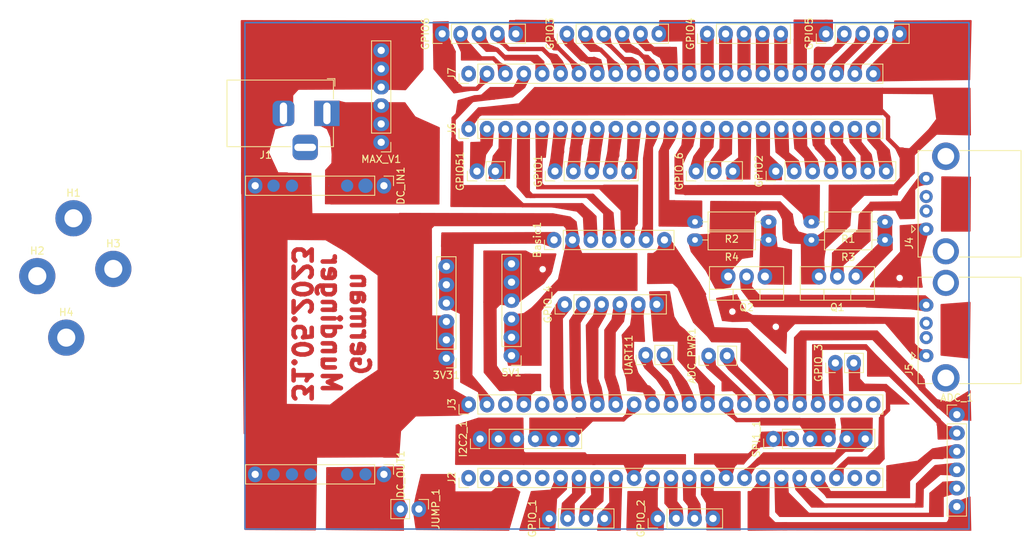
<source format=kicad_pcb>
(kicad_pcb (version 20211014) (generator pcbnew)
  (layers (0 "F.Cu" signal) (31 "B.Cu" signal) (34 "B.Paste" user) (35 "F.Paste" user) (36 "B.SilkS" user "B.Silkscreen") (37 "F.SilkS" user "F.Silkscreen") (38 "B.Mask" user) (39 "F.Mask" user) (44 "Edge.Cuts" user))
  (net 0 "")
  (net 1 "Net-(5V1-Pad4)")
  (net 2 "Net-(ADC_1-Pad4)")
  (net 3 "Net-(ADC_1-Pad5)")
  (net 4 "Net-(ADC_1-Pad6)")
  (net 5 "Net-(ADC_PWR1-Pad1)")
  (net 6 "Net-(ADC_PWR1-Pad2)")
  (net 7 "/LED_G")
  (net 8 "/LED_B")
  (net 9 "/LED_R")
  (net 10 "/IR")
  (net 11 "/PHOTO")
  (net 12 "Net-(DC_IN1-Pad1)")
  (net 19 "Net-(DC_OUT1-Pad1)")
  (net 26 "Net-(GPIO2-Pad1)")
  (net 27 "Net-(GPIO2-Pad2)")
  (net 28 "Net-(GPIO2-Pad3)")
  (net 29 "Net-(GPIO2-Pad4)")
  (net 30 "Net-(GPIO2-Pad5)")
  (net 31 "Net-(GPIO2-Pad6)")
  (net 32 "Net-(GPIO2-Pad7)")
  (net 33 "Net-(GPIO4-Pad1)")
  (net 34 "Net-(GPIO4-Pad2)")
  (net 35 "Net-(GPIO4-Pad3)")
  (net 36 "Net-(GPIO4-Pad4)")
  (net 37 "Net-(GPIO4-Pad5)")
  (net 38 "Net-(GPIO5-Pad1)")
  (net 39 "Net-(GPIO5-Pad2)")
  (net 40 "Net-(GPIO5-Pad3)")
  (net 41 "Net-(GPIO5-Pad4)")
  (net 42 "Net-(GPIO5-Pad5)")
  (net 43 "Net-(GPIO6-Pad1)")
  (net 44 "Net-(GPIO6-Pad2)")
  (net 45 "Net-(GPIO6-Pad3)")
  (net 46 "Net-(GPIO6-Pad4)")
  (net 47 "Net-(GPIO6-Pad5)")
  (net 48 "Net-(GPIO_1-Pad1)")
  (net 49 "Net-(GPIO_1-Pad2)")
  (net 50 "Net-(GPIO_1-Pad3)")
  (net 51 "Net-(GPIO_1-Pad4)")
  (net 52 "Net-(GPIO_2-Pad1)")
  (net 53 "Net-(GPIO_2-Pad2)")
  (net 54 "Net-(GPIO_2-Pad3)")
  (net 55 "Net-(GPIO_2-Pad4)")
  (net 56 "Net-(GPIO_3-Pad1)")
  (net 57 "Net-(GPIO_3-Pad2)")
  (net 58 "Net-(GPIO_4-Pad1)")
  (net 59 "Net-(GPIO_4-Pad2)")
  (net 60 "Net-(GPIO_4-Pad3)")
  (net 61 "Net-(GPIO_4-Pad4)")
  (net 62 "Net-(GPIO_4-Pad5)")
  (net 63 "Net-(GPIO_4-Pad6)")
  (net 64 "Net-(GPIO_6-Pad1)")
  (net 65 "Net-(GPIO_6-Pad2)")
  (net 66 "Net-(GPIO_6-Pad3)")
  (net 69 "Net-(J4-Pad4)")
  (net 73 "Net-(J5-Pad4)")
  (net 75 "Net-(Q1-Pad1)")
  (net 76 "Net-(Q2-Pad1)")
  (net 77 "Net-(J3-Pad15)")
  (net 78 "Net-(J2-Pad15)")
  (net 79 "Net-(J2-Pad16)")
  (net 91 "Net-(ADC_1-Pad3)")
  (net 92 "Net-(ADC_1-Pad2)")
  (net 93 "Net-(ADC_1-Pad1)")
  (net 94 "Net-(GPIO1-Pad1)")
  (net 95 "Net-(GPIO1-Pad2)")
  (net 96 "Net-(GPIO1-Pad3)")
  (net 97 "Net-(GPIO1-Pad4)")
  (net 98 "Net-(GPIO1-Pad5)")
  (net 99 "Net-(GPIO3-Pad1)")
  (net 100 "Net-(GPIO3-Pad2)")
  (net 101 "Net-(GPIO3-Pad3)")
  (net 102 "Net-(GPIO3-Pad4)")
  (net 103 "Net-(GPIO3-Pad5)")
  (net 104 "Net-(GPIO3-Pad6)")
  (net 105 "Net-(GPIO51-Pad1)")
  (net 106 "Net-(GPIO51-Pad2)")
  (net 107 "Net-(I2C2_1-Pad1)")
  (net 108 "Net-(I2C2_1-Pad4)")
  (net 109 "Net-(J2-Pad3)")
  (net 110 "Net-(J3-Pad13)")
  (net 111 "Net-(J3-Pad12)")
  (net 112 "Net-(J6-Pad13)")
  (net 113 "Net-(J6-Pad12)")
  (net 114 "Net-(3V31-Pad1)")
  (net 115 "Net-(3V31-Pad4)")
  (net 116 "Net-(J6-Pad1)")
  (footprint "Connector_PinHeader_2.54mm:PinHeader_1x05_P2.54mm_Vertical" (layer "F.Cu") (at 197.425 91 90)
    (fp_text reference "GPIO6")
    (fp_text value "Conn_01x05")
  )
  (footprint "Connector_USB:USB_A_CONNFLY_DS1095-WNR0" (layer "F.Cu") (at 264.2725 118 90)
    (fp_text reference "J4")
    (fp_text value "USB_A")
  )
  (footprint "Connector_PinHeader_2.54mm:PinHeader_1x06_P2.54mm_Vertical" (layer "F.Cu") (at 202.65 147 90)
    (fp_text reference "I2C2_1")
    (fp_text value "Conn_01x06")
  )
  (footprint "MountingHole:MountingHole_2.5mm_Pad" (layer "F.Cu") (at 152 123.5)
    (fp_text reference "H3")
    (fp_text value "MountingHole")
  )
  (footprint "Package_TO_SOT_THT:TO-220-3_Vertical" (layer "F.Cu") (at 242 124.555 180)
    (fp_text reference "Q2")
    (fp_text value "IRF3205")
  )
  (footprint "Connector_PinHeader_2.54mm:PinHeader_1x23_P2.54mm_Vertical" (layer "F.Cu") (at 201.075 104.14 90)
    (fp_text reference "J6")
    (fp_text value "Conn_01x23")
  )
  (footprint "Connector_USB:USB_A_CONNFLY_DS1095-WNR0" (layer "F.Cu") (at 264.2725 135.5 90)
    (fp_text reference "J5")
    (fp_text value "USB_A")
  )
  (footprint "MountingHole:MountingHole_2.5mm_Pad" (layer "F.Cu") (at 141.5 124.5)
    (fp_text reference "H2")
    (fp_text value "MountingHole")
  )
  (footprint "Connector_BarrelJack:BarrelJack_Horizontal" (layer "F.Cu") (at 181.5 102)
    (fp_text reference "J1")
    (fp_text value "Barrel_Jack")
  )
  (footprint "Resistor_THT:R_Axial_DIN0207_L6.3mm_D2.5mm_P10.16mm_Horizontal" (layer "F.Cu") (at 258.58 119.5 180)
    (fp_text reference "R3")
    (fp_text value "10k")
  )
  (footprint "MountingHole:MountingHole_2.5mm_Pad" (layer "F.Cu") (at 145.5 133)
    (fp_text reference "H4")
    (fp_text value "MountingHole")
  )
  (footprint "Connector_PinHeader_2.54mm:PinHeader_1x08_P2.54mm_Vertical" (layer "F.Cu") (at 189.375 151.9 -90)
    (fp_text reference "DC_OUT1")
    (fp_text value "Conn_01x08")
  )
  (footprint "Resistor_THT:R_Axial_DIN0207_L6.3mm_D2.5mm_P10.16mm_Horizontal" (layer "F.Cu") (at 258.58 117 180)
    (fp_text reference "R1")
    (fp_text value "100")
  )
  (footprint "Connector_PinHeader_2.54mm:PinHeader_1x07_P2.54mm_Vertical" (layer "F.Cu") (at 212.875 119.5 90)
    (fp_text reference "Basic1")
    (fp_text value "Conn_01x07")
  )
  (footprint "Connector_PinHeader_2.54mm:PinHeader_1x06_P2.54mm_Vertical" (layer "F.Cu") (at 214.65 91 90)
    (fp_text reference "GPIO3")
    (fp_text value "Conn_01x06")
  )
  (footprint "Connector_PinHeader_2.54mm:PinHeader_1x02_P2.54mm_Vertical" (layer "F.Cu") (at 202.225 110 90)
    (fp_text reference "GPIO51")
    (fp_text value "Conn_01x02")
  )
  (footprint "Connector_PinHeader_2.54mm:PinHeader_1x05_P2.54mm_Vertical" (layer "F.Cu") (at 234.025 91 90)
    (fp_text reference "GPIO4")
    (fp_text value "Conn_01x05")
  )
  (footprint "Connector_PinHeader_2.54mm:PinHeader_1x07_P2.54mm_Vertical" (layer "F.Cu") (at 243.5 110 90)
    (fp_text reference "GPIO2")
    (fp_text value "Conn_01x07")
  )
  (footprint "Connector_PinHeader_2.54mm:PinHeader_1x06_P2.54mm_Vertical" (layer "F.Cu") (at 243.15 147 90)
    (fp_text reference "SPI1_1")
    (fp_text value "Conn_01x06")
  )
  (footprint "Connector_PinHeader_2.54mm:PinHeader_1x03_P2.54mm_Vertical" (layer "F.Cu") (at 232.475 110 90)
    (fp_text reference "GPIO_6")
    (fp_text value "Conn_01x03")
  )
  (footprint "Connector_PinHeader_2.54mm:PinHeader_1x23_P2.54mm_Vertical" (layer "F.Cu") (at 201.075 152.4 90)
    (fp_text reference "J2")
    (fp_text value "Conn_01x23")
  )
  (footprint "Connector_PinHeader_2.54mm:PinHeader_1x23_P2.54mm_Vertical" (layer "F.Cu") (at 201.075 96.52 90)
    (fp_text reference "J7")
    (fp_text value "Conn_01x23")
  )
  (footprint "Connector_PinHeader_2.54mm:PinHeader_1x23_P2.54mm_Vertical" (layer "F.Cu") (at 201.075 142.24 90)
    (fp_text reference "J3")
    (fp_text value "Conn_01x23")
  )
  (footprint "Resistor_THT:R_Axial_DIN0207_L6.3mm_D2.5mm_P10.16mm_Horizontal" (layer "F.Cu") (at 242.5 117 180)
    (fp_text reference "R2")
    (fp_text value "100")
  )
  (footprint "Connector_PinHeader_2.54mm:PinHeader_1x05_P2.54mm_Vertical" (layer "F.Cu") (at 250.425 91 90)
    (fp_text reference "GPIO5")
    (fp_text value "Conn_01x05")
  )
  (footprint "Connector_PinHeader_2.54mm:PinHeader_1x06_P2.54mm_Vertical" (layer "F.Cu") (at 198 135.85 180)
    (fp_text reference "3V31")
    (fp_text value "Conn_01x06")
  )
  (footprint "Connector_PinHeader_2.54mm:PinHeader_1x02_P2.54mm_Vertical" (layer "F.Cu") (at 251.725 136.5 90)
    (fp_text reference "GPIO_3")
    (fp_text value "Conn_01x02")
  )
  (footprint "Connector_PinHeader_2.54mm:PinHeader_1x02_P2.54mm_Vertical" (layer "F.Cu") (at 225.525 135.4 90)
    (fp_text reference "UART11")
    (fp_text value "Conn_01x02")
  )
  (footprint "Connector_PinHeader_2.54mm:PinHeader_1x06_P2.54mm_Vertical" (layer "F.Cu") (at 189 106 180)
    (fp_text reference "MAX_V1")
    (fp_text value "Conn_01x06")
  )
  (footprint "Connector_PinHeader_2.54mm:PinHeader_1x05_P2.54mm_Vertical" (layer "F.Cu") (at 213 110 90)
    (fp_text reference "GPIO1")
    (fp_text value "Conn_01x05")
  )
  (footprint "Connector_PinHeader_2.54mm:PinHeader_1x06_P2.54mm_Vertical" (layer "F.Cu") (at 214.35 128.4 90)
    (fp_text reference "GPIO_4")
    (fp_text value "Conn_01x06")
  )
  (footprint "Connector_PinHeader_2.54mm:PinHeader_1x02_P2.54mm_Vertical" (layer "F.Cu") (at 194.2 156.7 -90)
    (fp_text reference "JUMP_1")
    (fp_text value "Conn_01x02")
  )
  (footprint "MountingHole:MountingHole_2.5mm_Pad" (layer "F.Cu") (at 146.5 116.5)
    (fp_text reference "H1")
    (fp_text value "MountingHole")
  )
  (footprint "Resistor_THT:R_Axial_DIN0207_L6.3mm_D2.5mm_P10.16mm_Horizontal" (layer "F.Cu") (at 242.5 119.5 180)
    (fp_text reference "R4")
    (fp_text value "10k")
  )
  (footprint "Connector_PinHeader_2.54mm:PinHeader_1x06_P2.54mm_Vertical" (layer "F.Cu") (at 207 135.5 180)
    (fp_text reference "5V1")
    (fp_text value "Conn_01x06")
  )
  (footprint "Connector_PinHeader_2.54mm:PinHeader_1x02_P2.54mm_Vertical" (layer "F.Cu") (at 234.225 135.5 90)
    (fp_text reference "ADC_PWR1")
    (fp_text value "Conn_01x02")
  )
  (footprint "Connector_PinHeader_2.54mm:PinHeader_1x06_P2.54mm_Vertical" (layer "F.Cu") (at 268.5 143.65)
    (fp_text reference "ADC_1")
    (fp_text value "Conn_01x06")
  )
  (footprint "Package_TO_SOT_THT:TO-220-3_Vertical" (layer "F.Cu") (at 254.54 124.555 180)
    (fp_text reference "Q1")
    (fp_text value "IRF3205")
  )
  (footprint "Connector_PinHeader_2.54mm:PinHeader_1x04_P2.54mm_Vertical" (layer "F.Cu") (at 227.2 158 90)
    (fp_text reference "GPIO_2")
    (fp_text value "Conn_01x04")
  )
  (footprint "Connector_PinHeader_2.54mm:PinHeader_1x08_P2.54mm_Vertical" (layer "F.Cu") (at 189.375 112 -90)
    (fp_text reference "DC_IN1")
    (fp_text value "Conn_01x08")
  )
  (footprint "Connector_PinHeader_2.54mm:PinHeader_1x04_P2.54mm_Vertical" (layer "F.Cu") (at 212.2 158 90)
    (fp_text reference "GPIO_1")
    (fp_text value "Conn_01x04")
  )
  (gr_poly (pts (xy 212.75 119.9) (xy 200.85 119.95) (xy 197.35 120.4) (xy 197.4 118.55) (xy 212.9 118.5)) (layer "F.Cu") (width 0.2) (fill solid))
  (gr_poly (pts (xy 261.95 152.7) (xy 261.95 155.1) (xy 250.55 155.1) (xy 250.3 154.7) (xy 250.4 154.3) (xy 258.85 154.3) (xy 258.85 152.7)) (layer "F.Cu") (width 0.2) (fill solid))
  (gr_poly (pts (xy 194.75 95.9) (xy 192.35 98.7) (xy 187.05 98.6) (xy 175.8 98.65) (xy 173.4 107.4) (xy 176.1 113.2) (xy 169.75 113.1) (xy 169.7 89.2) (xy 194.75 89.25)) (layer "F.Cu") (width 0.2) (fill solid))
  (gr_poly (pts (xy 224.8 104.25) (xy 224.25 109.2) (xy 224.15 110.95) (xy 222.7 110.95) (xy 222.45 109.5) (xy 223 108.25) (xy 223.15 104.2)) (layer "F.Cu") (width 0.2) (fill solid))
  (gr_poly (pts (xy 222.45 130.75) (xy 221.3 132.25) (xy 221.25 138.15) (xy 221.75 139.65) (xy 222.3 142.1) (xy 220.5 142.1) (xy 220.5 140.5) (xy 219.9 138.5) (xy 219.9 131.95) (xy 220.9 130.5) (xy 221.2 128.65) (xy 222.8 128.6)) (layer "F.Cu") (width 0.2) (fill solid))
  (gr_poly (pts (xy 270.2 135.8) (xy 266.35 135.4) (xy 266.35 128.45) (xy 270.3 128.15)) (layer "F.Cu") (width 0.2) (fill solid))
  (gr_poly (pts (xy 223.05 91.6) (xy 223.7 93.1) (xy 223 93.2) (xy 222.1 92.75) (xy 221.45 91.5)) (layer "F.Cu") (width 0.2) (fill solid))
  (gr_poly (pts (xy 241.8 157.2) (xy 243.35 158.7) (xy 245 158.6) (xy 245 159.55) (xy 239.7 159.6) (xy 239.7 154.3) (xy 241.75 154.3)) (layer "F.Cu") (width 0.2) (fill solid))
  (gr_poly (pts (xy 192.25 100.55) (xy 194.6 103.8) (xy 182.851123 100.561035)) (layer "F.Cu") (width 0.2) (fill solid))
  (gr_poly (pts (xy 262.65 112.55) (xy 262.65 116.5) (xy 260.7 116.55) (xy 260.05 115.35) (xy 256.45 115.35) (xy 256.55 114.3) (xy 260.8 114.25) (xy 262.1 112.4)) (layer "F.Cu") (width 0.2) (fill solid))
  (gr_poly (pts (xy 235.15 136.85) (xy 239.4 140.95) (xy 239.95 141.7) (xy 238.35 142.15) (xy 238.3 141) (xy 234 137.15) (xy 233.45 136) (xy 235.05 136)) (layer "F.Cu") (width 0.2) (fill solid))
  (gr_poly (pts (xy 208.8 98.4) (xy 207.15 99.7) (xy 201.65 100.35) (xy 199.25 102.85) (xy 199.65 100.25) (xy 201.85 99.6) (xy 202.85 99.5) (xy 204.05 98.45) (xy 207.3 98.45) (xy 208.1 97.1) (xy 209.45 97.1)) (layer "F.Cu") (width 0.2) (fill solid))
  (gr_poly (pts (xy 229.85 152.85) (xy 229.8 155.65) (xy 230.55 156.6) (xy 230.65 158.15) (xy 228.85 158.1) (xy 228.85 156.65) (xy 228.2 155.9) (xy 228.2 152.9)) (layer "F.Cu") (width 0.2) (fill solid))
  (gr_poly (pts (xy 199.2 93.45) (xy 198.1 92.55) (xy 198.3 91.55)) (layer "F.Cu") (width 0.2) (fill solid))
  (gr_poly (pts (xy 229.5 105.65) (xy 228.65 107.05) (xy 228.7 114.1) (xy 233.25 114.15) (xy 233.25 117.6) (xy 227.4 117.55) (xy 227.4 107.3) (xy 228 105.95) (xy 228.2 104.5) (xy 229.85 104.5)) (layer "F.Cu") (width 0.2) (fill solid))
  (gr_poly (pts (xy 255.35 94.9) (xy 255.15 96.3) (xy 253.55 96.25) (xy 254 95.25) (xy 255 94.55)) (layer "F.Cu") (width 0.2) (fill solid))
  (gr_poly (pts (xy 209.45 104.65) (xy 209.45 112.75) (xy 210.25 113.6) (xy 209.05 113.6) (xy 207.8 112.15) (xy 207.85 105.9) (xy 207.9 104.45)) (layer "F.Cu") (width 0.2) (fill solid))
  (gr_poly (pts (xy 213.25 93.9) (xy 213.95 94.75) (xy 214.55 95.9) (xy 213.05 95.9) (xy 212.35 94.35) (xy 212.1 93.7)) (layer "F.Cu") (width 0.2) (fill solid))
  (gr_poly (pts (xy 256.75 147.25) (xy 255.4 148.7) (xy 252.95 148.7) (xy 252.5 147.2) (xy 252.65 145.35) (xy 252.5 144.15) (xy 256.8 144.15)) (layer "F.Cu") (width 0.2) (fill solid))
  (gr_poly (pts (xy 245.2 154.45) (xy 248.45 157.7) (xy 244.05 157.7) (xy 243.5 157.1) (xy 243.4 152.55) (xy 245.1 152.85)) (layer "F.Cu") (width 0.2) (fill solid))
  (gr_poly (pts (xy 251.7 145.05) (xy 241.45 145.05) (xy 241.45 144.2) (xy 251.55 144.2)) (layer "F.Cu") (width 0.2) (fill solid))
  (gr_poly (pts (xy 238.2 128.3) (xy 237.35 128.4) (xy 236.6 129.05) (xy 236.85 130.1) (xy 236.15 130.6) (xy 235.35 127.6) (xy 238.1 127.1)) (layer "F.Cu") (width 0.2) (fill solid))
  (gr_poly (pts (xy 215.6 93.15) (xy 214.45 92.55) (xy 213.95 91.65) (xy 215.45 91.5)) (layer "F.Cu") (width 0.2) (fill solid))
  (gr_poly (pts (xy 219.3 94.6) (xy 219.75 96.25) (xy 218.1 95.95) (xy 217.35 94.55) (xy 218.4 94.25)) (layer "F.Cu") (width 0.2) (fill solid))
  (gr_poly (pts (xy 218.45 150.5) (xy 208.65 150.5) (xy 208.2 148.95) (xy 217.15 148.95)) (layer "F.Cu") (width 0.2) (fill solid))
  (gr_poly (pts (xy 247 94.7) (xy 247.65 96.25) (xy 245.9 96.25) (xy 246.55 94.65)) (layer "F.Cu") (width 0.2) (fill solid))
  (gr_poly (pts (xy 253.4 92) (xy 251.95 92.65) (xy 252.1 91.3)) (layer "F.Cu") (width 0.2) (fill solid))
  (gr_poly (pts (xy 227 105.55) (xy 226.45 106.7) (xy 226.45 119.35) (xy 224.7 119.4) (xy 225.2 117.6) (xy 225.25 108.2) (xy 225.75 104.65) (xy 227.35 104.45)) (layer "F.Cu") (width 0.2) (fill solid))
  (gr_poly (pts (xy 203.45 92.45) (xy 202.75 92.65) (xy 201.95 91.8) (xy 203.4 91.2)) (layer "F.Cu") (width 0.2) (fill solid))
  (gr_poly (pts (xy 221.5 109.9) (xy 219.85 109.5) (xy 220.35 107.25) (xy 221.7 107.8)) (layer "F.Cu") (width 0.2) (fill solid))
  (gr_poly (pts (xy 182.3 114.475) (xy 181.325 114.475) (xy 181.35 109.869865) (xy 182.270289 108.844865)) (layer "F.Cu") (width 0.2) (fill solid))
  (gr_poly (pts (xy 198.25 89.35) (xy 198.2 91.65) (xy 199 93.65) (xy 198.75 96.75) (xy 199.4 98.35) (xy 201.95 98.7) (xy 199.05 99.15) (xy 196.3 95.85) (xy 196.2 89.4)) (layer "F.Cu") (width 0.2) (fill solid))
  (gr_poly (pts (xy 196.25 117.15) (xy 193.4 120.15) (xy 193.6 136.75) (xy 188.6 137.55) (xy 188.6 124.35) (xy 184.15 121.1) (xy 181.35 119.45) (xy 175.5 119.4) (xy 175.9 116.85)) (layer "F.Cu") (width 0.2) (fill solid))
  (gr_poly (pts (xy 221.65 108.45) (xy 220.2 108.55) (xy 220.6 104.6) (xy 222.25 104.55)) (layer "F.Cu") (width 0.2) (fill solid))
  (gr_poly (pts (xy 236.15 151.8) (xy 234.95 150.35) (xy 237.9 150.3)) (layer "F.Cu") (width 0.2) (fill solid))
  (gr_poly (pts (xy 239.55 129.95) (xy 240 130.7) (xy 237.5 130.75) (xy 236.15 130.6) (xy 236.75 130.05) (xy 237.75 130.3) (xy 238.55 129.9) (xy 238 128.75) (xy 237.3 128.45) (xy 238.1 127.15)) (layer "F.Cu") (width 0.2) (fill solid))
  (gr_poly (pts (xy 246.3 130.85) (xy 244.95 132.25) (xy 244.95 132.85) (xy 244.85 135.15) (xy 240.55 131.25) (xy 241.85 130.6) (xy 242.8 131) (xy 242.7 131.95) (xy 243.6 132.3) (xy 244.3 131.6) (xy 244.25 130.6)) (layer "F.Cu") (width 0.2) (fill solid))
  (gr_poly (pts (xy 251.8 93.5) (xy 249.75 95.5) (xy 249.45 93.35)) (layer "F.Cu") (width 0.2) (fill solid))
  (gr_poly (pts (xy 261.9 111) (xy 260.3 112.7) (xy 259.75 112) (xy 260.65 111)) (layer "F.Cu") (width 0.2) (fill solid))
  (gr_poly (pts (xy 265.85 141.7) (xy 265.1 141.65) (xy 263.5 140.05) (xy 263.65 139.5)) (layer "F.Cu") (width 0.2) (fill solid))
  (gr_poly (pts (xy 192.05 158.175) (xy 191.9 157.525) (xy 192.425 157.25)) (layer "F.Cu") (width 0.2) (fill solid))
  (gr_poly (pts (xy 247.45 153.5) (xy 250.65 156.4) (xy 248.45 156.4) (xy 246.3 154) (xy 246 152.75) (xy 247.65 152.7)) (layer "F.Cu") (width 0.2) (fill solid))
  (gr_poly (pts (xy 201.7 118.8) (xy 201.5 138.2) (xy 204.3 141.55) (xy 202.75 142.05) (xy 202.45 140.5) (xy 200 139.15) (xy 199.95 129.65) (xy 197.25 128.4) (xy 197.4 118.8)) (layer "F.Cu") (width 0.2) (fill solid))
  (gr_poly (pts (xy 250.5 92) (xy 246.068506 91.972579) (xy 246.05 89.122579) (xy 250.55 89.15)) (layer "F.Cu") (width 0.2) (fill solid))
  (gr_poly (pts (xy 218.05 115.65) (xy 218.65 116.25) (xy 218.8 119.3) (xy 217.1 119.2) (xy 216.95 116.4) (xy 216.05 115.5) (xy 212.6 114.9) (xy 216.8 114.55)) (layer "F.Cu") (width 0.2) (fill solid))
  (gr_poly (pts (xy 193.65 102.5) (xy 197 104) (xy 196.95 114.5) (xy 182.05 114.5) (xy 182.25 107.7) (xy 182.05 105.3) (xy 180.8 102.3) (xy 182.8 100.6)) (layer "F.Cu") (width 0.2) (fill solid))
  (gr_circle (center 237.5 129.4) (end 238.4 129.4) (layer "F.Cu") (width 0.9) (fill none))
  (gr_poly (pts (xy 228 121.05) (xy 227.1 121.05) (xy 227.55 119.95)) (layer "F.Cu") (width 0.2) (fill solid))
  (gr_poly (pts (xy 225.8 125.5) (xy 225.85 121.4) (xy 226.9 121.4)) (layer "F.Cu") (width 0.2) (fill solid))
  (gr_poly (pts (xy 202.55 102.35) (xy 201.7 103.55) (xy 200.35 103.5) (xy 202.45 101.25) (xy 204.75 101.2)) (layer "F.Cu") (width 0.2) (fill solid))
  (gr_poly (pts (xy 250.15 106.3) (xy 251.65 108.05) (xy 252 109.9) (xy 250.25 109.85) (xy 250.45 108.45) (xy 248.7 106.4) (xy 248.45 104.35) (xy 250.2 104.35)) (layer "F.Cu") (width 0.2) (fill solid))
  (gr_poly (pts (xy 259.75 125.15) (xy 260.75 125.7) (xy 261.85 124.95) (xy 263.55 125.15) (xy 263.7 126) (xy 256.6 125.95) (xy 256.95 125.3) (xy 259.6 124.25)) (layer "F.Cu") (width 0.2) (fill solid))
  (gr_poly (pts (xy 234.95 131.65) (xy 239.55 131.8) (xy 245.1 137.3) (xy 245.1 140.4) (xy 243.05 140.4) (xy 238.7 136.15) (xy 238.75 133.6) (xy 234.65 133.55) (xy 234.05 132.75) (xy 232.1 129.5) (xy 233.65 126.8)) (layer "F.Cu") (width 0.2) (fill solid))
  (gr_poly (pts (xy 267.25 145.4) (xy 266.1 145.3) (xy 266.05 144.25)) (layer "F.Cu") (width 0.2) (fill solid))
  (gr_poly (pts (xy 200.7 92.5) (xy 200.35 92.75) (xy 199.35 91.75) (xy 200.8 91.35)) (layer "F.Cu") (width 0.2) (fill solid))
  (gr_poly (pts (xy 221 115.75) (xy 221.15 117.65) (xy 221.35 119.45) (xy 219.65 119.45) (xy 219.75 117.7) (xy 219.75 115.85) (xy 217.4 113.6) (xy 218.2 113.4)) (layer "F.Cu") (width 0.2) (fill solid))
  (gr_poly (pts (xy 268.25 149.6) (xy 265.25 149.6) (xy 261.75 152.8) (xy 258.85 152.8) (xy 258.85 150.75) (xy 263.1 150.1) (xy 265.15 148.4) (xy 268.5 147.85)) (layer "F.Cu") (width 0.2) (fill solid))
  (gr_poly (pts (xy 258.95 91.1) (xy 258.75 91.95) (xy 257.4 93.2) (xy 256.95 92.3) (xy 257.25 91.2)) (layer "F.Cu") (width 0.2) (fill solid))
  (gr_poly (pts (xy 228.7 121.25) (xy 228.75 123.2) (xy 233.7 127.05) (xy 233.15 129.65) (xy 235.05 132.2) (xy 234.05 132.75) (xy 232.15 130.85) (xy 230 126.1) (xy 227.8 124.1) (xy 227.95 121.35) (xy 227.4 119.9) (xy 229 119.75)) (layer "F.Cu") (width 0.2) (fill solid))
  (gr_poly (pts (xy 259.85 138.3) (xy 256.2 138.3) (xy 256.2 134.6) (xy 249.8 134.6) (xy 249.85 141.75) (xy 248.6 141.75) (xy 248.6 134) (xy 256 134)) (layer "F.Cu") (width 0.2) (fill solid))
  (gr_poly (pts (xy 224.5 151.8) (xy 222.65 150.35) (xy 225.35 150.35)) (layer "F.Cu") (width 0.2) (fill solid))
  (gr_poly (pts (xy 234.95 152.75) (xy 234.8 154.15) (xy 235.7 155.25) (xy 235.7 158.2) (xy 233.95 158.05) (xy 233.95 155.85) (xy 233.25 154.7) (xy 233.25 152.7)) (layer "F.Cu") (width 0.2) (fill solid))
  (gr_poly (pts (xy 264.25 111.75) (xy 263.1 112.05) (xy 262.1 112.4) (xy 263.5 110.55)) (layer "F.Cu") (width 0.2) (fill solid))
  (gr_poly (pts (xy 223.75 138.9) (xy 224.4 137.85) (xy 227.25 141.65) (xy 226.1 142.05) (xy 225.6 140.1) (xy 223.05 139.1) (xy 222.75 133.15) (xy 223.85 133.15)) (layer "F.Cu") (width 0.2) (fill solid))
  (gr_poly (pts (xy 217.75 95.25) (xy 216.9 94.7) (xy 217.45 94.65)) (layer "F.Cu") (width 0.2) (fill solid))
  (gr_poly (pts (xy 261.8 142.15) (xy 258.85 142.15) (xy 258.75 139.5)) (layer "F.Cu") (width 0.2) (fill solid))
  (gr_poly (pts (xy 201.15 141.5) (xy 198.65 141.55) (xy 198.7 140.1)) (layer "F.Cu") (width 0.2) (fill solid))
  (gr_poly (pts (xy 210.75 94.6) (xy 210.65 95.4) (xy 209.4 94.45)) (layer "F.Cu") (width 0.2) (fill solid))
  (gr_poly (pts (xy 214.1 107.3) (xy 213.1 107.5) (xy 213.15 105.4) (xy 213 104.4) (xy 214.6 104.5)) (layer "F.Cu") (width 0.2) (fill solid))
  (gr_poly (pts (xy 270.3 118.25) (xy 266.4 118.25) (xy 266.45 110.8) (xy 270.35 110.85)) (layer "F.Cu") (width 0.2) (fill solid))
  (gr_poly (pts (xy 244.1 114.25) (xy 245.75 115.95) (xy 245.25 116.15) (xy 244.1 115.9) (xy 243.7 115.3) (xy 241.5 115.3) (xy 238.85 117.65) (xy 239.15 120.25) (xy 236.25 124) (xy 232.45 120.3) (xy 232.95 118.8) (xy 234.435793 118.746391) (xy 234.535793 114.196391)) (layer "F.Cu") (width 0.2) (fill solid))
  (gr_poly (pts (xy 225.85 94) (xy 227.2 95.45) (xy 227.35 96.35) (xy 225.55 96.6) (xy 225.5 95.1) (xy 225.25 93.95)) (layer "F.Cu") (width 0.2) (fill solid))
  (gr_poly (pts (xy 213.1 121.45) (xy 212.55 123.75) (xy 211.7 122.75) (xy 209.2 121.45)) (layer "F.Cu") (width 0.2) (fill solid))
  (gr_poly (pts (xy 255.3 104.4) (xy 255.25 105.95) (xy 256.65 107.7) (xy 257.1 109.95) (xy 255.35 110.05) (xy 255.3 107.8) (xy 253.8 106) (xy 253.55 104.4)) (layer "F.Cu") (width 0.2) (fill solid))
  (gr_circle (center 243.5 131.5) (end 244.4 131.5) (layer "F.Cu") (width 0.9) (fill none))
  (gr_poly (pts (xy 190.25 149.45) (xy 180.05 149.5) (xy 179.9 159.55) (xy 170.2 159.5) (xy 170.2 145.85) (xy 190.3 145.8)) (layer "F.Cu") (width 0.2) (fill solid))
  (gr_poly (pts (xy 217.65 94.4) (xy 216.65 94.4) (xy 215.05 92.8) (xy 215.45 92.1)) (layer "F.Cu") (width 0.2) (fill solid))
  (gr_poly (pts (xy 248.4 91.85) (xy 247.7 92.9) (xy 247.7 96.5) (xy 246.05 96.25) (xy 246.05 91.75)) (layer "F.Cu") (width 0.2) (fill solid))
  (gr_poly (pts (xy 212.75 92.05) (xy 207.6 92.05) (xy 207.55 89.15) (xy 212.75 89.2)) (layer "F.Cu") (width 0.2) (fill solid))
  (gr_poly (pts (xy 249.45 117.1) (xy 247.5 117.15) (xy 247.25 115.9) (xy 244.3 113.15) (xy 231.15 113) (xy 230.6 112) (xy 249.5 111.95)) (layer "F.Cu") (width 0.2) (fill solid))
  (gr_poly (pts (xy 240.25 121.8) (xy 238.794337 122.032633) (xy 237.094337 123.882633) (xy 237.1 117.5) (xy 240.45 116.05)) (layer "F.Cu") (width 0.2) (fill solid))
  (gr_poly (pts (xy 213.9 109.9) (xy 212.2 109.5) (xy 212.55 107.95) (xy 214.15 107.4)) (layer "F.Cu") (width 0.2) (fill solid))
  (gr_poly (pts (xy 216.7 95.6) (xy 215.55 95.95) (xy 215.1 94.85) (xy 215.55 94.8)) (layer "F.Cu") (width 0.2) (fill solid))
  (gr_poly (pts (xy 253.9 114.8) (xy 253.7 117.5) (xy 250.35 120.65) (xy 250.2 121.5) (xy 250.1 122.4) (xy 250.2 124.6) (xy 249.55 125.55) (xy 247.1 125.55) (xy 247.05 119.9) (xy 249.25 119) (xy 250.85 117.85) (xy 250.9 111.95) (xy 253.9 111.95)) (layer "F.Cu") (width 0.2) (fill solid))
  (gr_poly (pts (xy 208.1 154.35) (xy 207.2 155.25) (xy 203.95 154.6) (xy 205.4 153.4) (xy 206.9 153.4)) (layer "F.Cu") (width 0.2) (fill solid))
  (gr_poly (pts (xy 242.6 107.85) (xy 244.2 109.35) (xy 244.25 111.15) (xy 241 111.1) (xy 240.85 104.45) (xy 242.6 104.45)) (layer "F.Cu") (width 0.2) (fill solid))
  (gr_poly (pts (xy 220.55 91.5) (xy 220.75 92.4) (xy 220.55 92.85) (xy 219.25 91.85) (xy 218.95 91.05)) (layer "F.Cu") (width 0.2) (fill solid))
  (gr_poly (pts (xy 212.7 115.9) (xy 214.5 117.5) (xy 191.55 117.5) (xy 191.55 115.85)) (layer "F.Cu") (width 0.2) (fill solid))
  (gr_poly (pts (xy 232.3 96.25) (xy 230.7 96.2) (xy 230.7 91.95) (xy 227.35 92) (xy 227.5 89.2) (xy 232.25 89.2)) (layer "F.Cu") (width 0.2) (fill solid))
  (gr_poly (pts (xy 216.1 119.95) (xy 216.65 121.3) (xy 216.65 126.45) (xy 215.95 126.45) (xy 213.35 126.45) (xy 212.7 127.1) (xy 210.95 129.4) (xy 210.2 128.6) (xy 212.15 126.35) (xy 213.5 124.95) (xy 214.6 120)) (layer "F.Cu") (width 0.2) (fill solid))
  (gr_poly (pts (xy 257.85 104.35) (xy 257.85 105.7) (xy 259.15 107.05) (xy 259.6 109.75) (xy 257.95 109.65) (xy 257.5 107.1) (xy 256.25 105.7) (xy 256.05 104.2)) (layer "F.Cu") (width 0.2) (fill solid))
  (gr_poly (pts (xy 222 159.6) (xy 218.9 159.6) (xy 219.35 157.2) (xy 220.6 155.8) (xy 220.55 152.8) (xy 222.2 152.85)) (layer "F.Cu") (width 0.2) (fill solid))
  (gr_poly (pts (xy 224.65 93.9) (xy 223.45 93.5) (xy 224.2 93.4)) (layer "F.Cu") (width 0.2) (fill solid))
  (gr_poly (pts (xy 217.2 152.55) (xy 217.1 154.4) (xy 215.65 155.9) (xy 215.6 158) (xy 213.85 157.95) (xy 214.05 155.9) (xy 215.45 154.55) (xy 215.45 152.6)) (layer "F.Cu") (width 0.2) (fill solid))
  (gr_circle (center 260.6 124.75) (end 261.5 124.75) (layer "F.Cu") (width 0.9) (fill none))
  (gr_poly (pts (xy 261.35 92.05) (xy 260.85 92.65) (xy 259.65 92.45) (xy 259.75 91.05) (xy 261.5 90.95)) (layer "F.Cu") (width 0.2) (fill solid))
  (gr_poly (pts (xy 229.2 136.65) (xy 231.15 139.1) (xy 231.9 140.6) (xy 232.45 142.25) (xy 230.65 142.15) (xy 230.55 141.05) (xy 229.75 139.3) (xy 229.15 138.05) (xy 227.85 136.85) (xy 227.45 136.15) (xy 228.85 135.3)) (layer "F.Cu") (width 0.2) (fill solid))
  (gr_poly (pts (xy 262.6 106.95) (xy 262.6 110.25) (xy 261.6 111.2) (xy 260.7 111.8) (xy 260.7 108.15) (xy 260.05 106.8)) (layer "F.Cu") (width 0.2) (fill solid))
  (gr_poly (pts (xy 260.25 113.25) (xy 258.75 113.2) (xy 255.6 113.1) (xy 253.65 115.05) (xy 253.9 111.95) (xy 260.45 111.9)) (layer "F.Cu") (width 0.2) (fill solid))
  (gr_poly (pts (xy 240.35 130) (xy 239.4 130.15) (xy 239.1 129.3)) (layer "F.Cu") (width 0.2) (fill solid))
  (gr_poly (pts (xy 200.3 91.95) (xy 200.1 93.5) (xy 199.2 91.55)) (layer "F.Cu") (width 0.2) (fill solid))
  (gr_poly (pts (xy 218.45 92.45) (xy 219.3 93) (xy 217.9 93.35) (xy 216.8 92.25) (xy 216.45 91.6) (xy 218 91.5)) (layer "F.Cu") (width 0.2) (fill solid))
  (gr_poly (pts (xy 226.55 137) (xy 228.5 138.95) (xy 229.3 140.5) (xy 229.9 142.1) (xy 228.15 142.05) (xy 228.35 140.6) (xy 227.05 138.75) (xy 225.45 137.2) (xy 224.65 135.75) (xy 226.3 136)) (layer "F.Cu") (width 0.2) (fill solid))
  (gr_poly (pts (xy 262.6 130.3) (xy 262.6 133.75) (xy 262.65 135.7) (xy 258.65 131) (xy 245.65 131.05) (xy 243.6 130.65) (xy 240.55 131.25) (xy 240 130.7) (xy 239.6 129.95)) (layer "F.Cu") (width 0.2) (fill solid))
  (gr_poly (pts (xy 238.25 137.1) (xy 242 140.75) (xy 242.55 141.75) (xy 240.85 142.1) (xy 240.8 141) (xy 237 137.4) (xy 236.05 136.1) (xy 237.6 135.45)) (layer "F.Cu") (width 0.2) (fill solid))
  (gr_poly (pts (xy 226 92.4) (xy 224.9 92.65) (xy 224.4 92.15) (xy 223.95 91.4) (xy 225.55 91.6)) (layer "F.Cu") (width 0.2) (fill solid))
  (gr_poly (pts (xy 249.95 96.15) (xy 249.55 95.3) (xy 250.3 94.85)) (layer "F.Cu") (width 0.2) (fill solid))
  (gr_poly (pts (xy 266.6 157.7) (xy 264.75 157.7) (xy 264.8 154.55) (xy 264.8 154.5) (xy 266.6 153)) (layer "F.Cu") (width 0.2) (fill solid))
  (gr_poly (pts (xy 207 104.5) (xy 206.7 110.95) (xy 203.95 110.95) (xy 204.5 107.9) (xy 205.3 106.85) (xy 205.35 104.55)) (layer "F.Cu") (width 0.2) (fill solid))
  (gr_poly (pts (xy 211.65 108.05) (xy 211.2 108.05) (xy 211.15 111.8) (xy 211.75 112.4) (xy 210.5 112.4) (xy 210.4 104.6) (xy 212 104.7)) (layer "F.Cu") (width 0.2) (fill solid))
  (gr_poly (pts (xy 208.65 150.5) (xy 199.3 150.5) (xy 199.375 145.125) (xy 202.45 144.15) (xy 208.55 144.15)) (layer "F.Cu") (width 0.2) (fill solid))
  (gr_poly (pts (xy 199.55 106) (xy 200.25 105.95) (xy 200.25 112.05) (xy 206.15 112.15) (xy 208.75 114.65) (xy 213.2 114.9) (xy 198.65 114.85) (xy 198.75 105.4)) (layer "F.Cu") (width 0.2) (fill solid))
  (gr_poly (pts (xy 270.4 144.4) (xy 267.75 144.25) (xy 265.95 142.65) (xy 264.85 141.4) (xy 267.6 142) (xy 270.3 140.35)) (layer "F.Cu") (width 0.2) (fill solid))
  (gr_poly (pts (xy 242.5 158.45) (xy 241.2 157.7) (xy 240 154.4) (xy 241.1 153.05) (xy 242.55 152.8)) (layer "F.Cu") (width 0.2) (fill solid))
  (gr_poly (pts (xy 222.9 144.1) (xy 222.85 143.6) (xy 223.1 142.55) (xy 224.5 143.05)) (layer "F.Cu") (width 0.2) (fill solid))
  (gr_poly (pts (xy 252.6 136.55) (xy 252.75 142.05) (xy 251 142.05) (xy 250.85 136.55)) (layer "F.Cu") (width 0.2) (fill solid))
  (gr_poly (pts (xy 192.05 159.6) (xy 181.447641 159.501163) (xy 181.497641 151.001163) (xy 191.9 150.9)) (layer "F.Cu") (width 0.2) (fill solid))
  (gr_poly (pts (xy 243.65 120.55) (xy 245.65 120.9) (xy 245.6 125.6) (xy 241.8 125.55) (xy 241.3 124.3) (xy 241.45 119.55) (xy 243.5 119.1)) (layer "F.Cu") (width 0.2) (fill solid))
  (gr_poly (pts (xy 177.85 98.3) (xy 176.1 100.2) (xy 175.15 98.1)) (layer "F.Cu") (width 0.2) (fill solid))
  (gr_poly (pts (xy 198.5 92.8) (xy 198.15 92.8) (xy 196.85 91.8) (xy 198.2 91.65)) (layer "F.Cu") (width 0.2) (fill solid))
  (gr_poly (pts (xy 257.5 132.1) (xy 263.65 138.55) (xy 263.4 140.1) (xy 256.9 133.25) (xy 247.65 133.3) (xy 247.6 141.9) (xy 246 142) (xy 246.1 133) (xy 246.95 132.1)) (layer "F.Cu") (width 0.2) (fill solid))
  (gr_poly (pts (xy 256.35 91.35) (xy 255.85 92.2) (xy 254.35 92.55) (xy 254.65 91.3)) (layer "F.Cu") (width 0.2) (fill solid))
  (gr_poly (pts (xy 208.95 121.05) (xy 211.25 122.25) (xy 210.3 123.3) (xy 210.9 124.4) (xy 212.4 124.05) (xy 211.45 125.45) (xy 207.65 128.3) (xy 207.05 128.55) (xy 203.2 128.1) (xy 203.2 121.05)) (layer "F.Cu") (width 0.2) (fill solid))
  (gr_poly (pts (xy 224.4 93.15) (xy 223.6 93.15) (xy 223.2 92.35)) (layer "F.Cu") (width 0.2) (fill solid))
  (gr_poly (pts (xy 181.7 104.2) (xy 180.55 103.6) (xy 181.65 103.6)) (layer "F.Cu") (width 0.2) (fill solid))
  (gr_poly (pts (xy 176.75 100.6) (xy 174.95 99.8) (xy 176.75 99.3)) (layer "F.Cu") (width 0.2) (fill solid))
  (gr_poly (pts (xy 243 146.05) (xy 242.95 147.95) (xy 240.95 148.1) (xy 241.55 146.1)) (layer "F.Cu") (width 0.2) (fill solid))
  (gr_poly (pts (xy 237 122.55) (xy 237.8 124.65) (xy 237.2 126) (xy 235.25 126.3) (xy 233.9 123.75) (xy 231.85 121.1) (xy 231.55 120)) (layer "F.Cu") (width 0.2) (fill solid))
  (gr_poly (pts (xy 238.55 159.55) (xy 234 159.55) (xy 234.2 154.3) (xy 238.55 154.3)) (layer "F.Cu") (width 0.2) (fill solid))
  (gr_poly (pts (xy 203.85 92.5) (xy 204.8 92.9) (xy 205.1 93.05) (xy 203.65 93.25) (xy 202.9 92.3) (xy 203.3 91.45)) (layer "F.Cu") (width 0.2) (fill solid))
  (gr_poly (pts (xy 216.35 109.75) (xy 214.75 109.65) (xy 215.15 106.8) (xy 216.6 106.4)) (layer "F.Cu") (width 0.2) (fill solid))
  (gr_poly (pts (xy 213.6 92.8) (xy 212.75 93.1) (xy 211.55 91.75) (xy 212.8 91.65)) (layer "F.Cu") (width 0.2) (fill solid))
  (gr_poly (pts (xy 193.7 142.15) (xy 190.3 145.45) (xy 186.65 148.2) (xy 174.7 147.7) (xy 175.45 142.25) (xy 181.95 142.35) (xy 185.55 139.55) (xy 188.75 137.4) (xy 193.85 136.4)) (layer "F.Cu") (width 0.2) (fill solid))
  (gr_poly (pts (xy 232.9 125.4) (xy 233.8 127) (xy 230.85 125.35)) (layer "F.Cu") (width 0.2) (fill solid))
  (gr_poly (pts (xy 202.9 94.25) (xy 202.15 94.3) (xy 200.4 92.35) (xy 200.75 91.85)) (layer "F.Cu") (width 0.2) (fill solid))
  (gr_poly (pts (xy 204.3 97.2) (xy 202.8 98.2) (xy 202.65 98.05) (xy 202.75 96.95)) (layer "F.Cu") (width 0.2) (fill solid))
  (gr_poly (pts (xy 231 149.2) (xy 231 150.45) (xy 223.05 150.45) (xy 218.2 150.45) (xy 216.1 149.2)) (layer "F.Cu") (width 0.2) (fill solid))
  (gr_poly (pts (xy 266.45 145.2) (xy 268.35 145.45) (xy 268.25 146.95) (xy 265.95 147) (xy 265.85 145.1)) (layer "F.Cu") (width 0.2) (fill solid))
  (gr_poly (pts (xy 270.4 159.6) (xy 244.5 159.55) (xy 244.5 158.85) (xy 267.15 158.8) (xy 267.45 158.05) (xy 267.5 156.15) (xy 270.3 155.05)) (layer "F.Cu") (width 0.2) (fill solid))
  (gr_poly (pts (xy 206.6 95.55) (xy 206.9 96.05) (xy 205.25 96.35) (xy 205.15 95.2) (xy 205.4 95.05)) (layer "F.Cu") (width 0.2) (fill solid))
  (gr_poly (pts (xy 256.3 147.7) (xy 253.2 148.6) (xy 251.25 150.45) (xy 241.3 150.45) (xy 240.65 150.85) (xy 240 151.9) (xy 238.5 151.8) (xy 240 150.75) (xy 241.8 148.95) (xy 251.75 148.95) (xy 252.65 147.05)) (layer "F.Cu") (width 0.2) (fill solid))
  (gr_poly (pts (xy 179.4 115.9) (xy 191.65 115.9) (xy 191.15 121.5) (xy 180.55 117.55) (xy 174.35 117.95) (xy 176 110.3) (xy 179.25 110.35)) (layer "F.Cu") (width 0.2) (fill solid))
  (gr_poly (pts (xy 264.35 118.95) (xy 263.4 122.15) (xy 263.6 125.8) (xy 262.1 126) (xy 261.1 124.2) (xy 259.8 124.25) (xy 258.6 125.4) (xy 256.95 125.3) (xy 260.75 121.15) (xy 260.7 117.55) (xy 264.15 117.3)) (layer "F.Cu") (width 0.2) (fill solid))
  (gr_poly (pts (xy 215.1 116.35) (xy 215.9 117) (xy 216.25 119.45) (xy 214.7 118.95) (xy 214.55 117.8) (xy 212.7 115.9)) (layer "F.Cu") (width 0.2) (fill solid))
  (gr_poly (pts (xy 229.9 96.4) (xy 228.25 95.9) (xy 227.55 94.25) (xy 226.65 93.75) (xy 226 92.9) (xy 229.75 92.9)) (layer "F.Cu") (width 0.2) (fill solid))
  (gr_poly (pts (xy 198.6 140.85) (xy 201.6 142.25) (xy 201.1 143.35) (xy 199.65 143.7) (xy 193.75 143.8) (xy 191.65 145.9) (xy 191.4 149.5) (xy 189.35 149.5) (xy 190.5 140.55)) (layer "F.Cu") (width 0.2) (fill solid))
  (gr_poly (pts (xy 212.7 120.45) (xy 211 119.85) (xy 212.5 119.65)) (layer "F.Cu") (width 0.2) (fill solid))
  (gr_poly (pts (xy 211.05 136.8) (xy 206.6 136.8) (xy 206.25 134.95) (xy 206.8 129.9) (xy 208.7 129.7) (xy 211.05 128.05)) (layer "F.Cu") (width 0.2) (fill solid))
  (gr_poly (pts (xy 232.3 133.2) (xy 232.3 137.6) (xy 231.15 135.85) (xy 231.7 132.75)) (layer "F.Cu") (width 0.2) (fill solid))
  (gr_poly (pts (xy 224.35 117.25) (xy 224 117.65) (xy 223.85 119.15) (xy 222.2 119.1) (xy 222.15 115.4) (xy 219.15 112.4) (xy 219.75 111.95) (xy 224.4 111.95)) (layer "F.Cu") (width 0.2) (fill solid))
  (gr_poly (pts (xy 197.75 130.05) (xy 197.8 141.6) (xy 192.8 141.55) (xy 193.1 130)) (layer "F.Cu") (width 0.2) (fill solid))
  (gr_poly (pts (xy 264.95 127.95) (xy 264.05 129.25) (xy 262.15 129) (xy 256 128.75) (xy 257.25 127.2) (xy 264.15 127.25)) (layer "F.Cu") (width 0.2) (fill solid))
  (gr_poly (pts (xy 251.6 146.9) (xy 247.7 146.3) (xy 246.85 145) (xy 251.7 145.05)) (layer "F.Cu") (width 0.2) (fill solid))
  (gr_poly (pts (xy 228.8 126.65) (xy 229.4 130.1) (xy 230.15 131.35) (xy 230.85 131.9) (xy 231.75 132.85) (xy 231.85 136.45) (xy 235 139.7) (xy 234.9 141.8) (xy 233.3 141.7) (xy 232.85 139.35) (xy 230 136) (xy 230.05 133.45) (xy 226.65 133.45) (xy 226.4 130.2) (xy 226.1 126.7)) (layer "F.Cu") (width 0.2) (fill solid))
  (gr_circle (center 211.3 123.55) (end 212.2 123.55) (layer "F.Cu") (width 0.9) (fill none))
  (gr_poly (pts (xy 219.6 155.6) (xy 218.25 156.8) (xy 218.1 157.7) (xy 216.4 158) (xy 216.55 156.35) (xy 218.1 154.75) (xy 217.95 152.5) (xy 219.7 152.75)) (layer "F.Cu") (width 0.2) (fill solid))
  (gr_poly (pts (xy 258.2 98.55) (xy 258.2 102.15) (xy 202.05 102.2) (xy 202.8 101.25) (xy 208.05 100.7) (xy 210.2 98.45)) (layer "F.Cu") (width 0.2) (fill solid))
  (gr_poly (pts (xy 199 93.55) (xy 199.05 97.45) (xy 199.75 98.3) (xy 202.1 98.75) (xy 199.5 98.8) (xy 198.7 97.65) (xy 198.2 95.45) (xy 196.6 91.3)) (layer "F.Cu") (width 0.2) (fill solid))
  (gr_poly (pts (xy 239.9 111.05) (xy 236.8 111.05) (xy 236.85 109.35) (xy 238.4 108.15) (xy 238.35 104.55) (xy 240 104.55)) (layer "F.Cu") (width 0.2) (fill solid))
  (gr_poly (pts (xy 266.05 144.5) (xy 266.05 145.05) (xy 259.2 138.3) (xy 259.5 138)) (layer "F.Cu") (width 0.2) (fill solid))
  (gr_poly (pts (xy 252.8 96.6) (xy 252 96.5) (xy 251.1 95.9) (xy 251.7 94.9) (xy 252.9 94.35)) (layer "F.Cu") (width 0.2) (fill solid))
  (gr_poly (pts (xy 237.85 140.3) (xy 236.1 140.35) (xy 236.1 139)) (layer "F.Cu") (width 0.2) (fill solid))
  (gr_poly (pts (xy 219.9 129.95) (xy 218.9 131.7) (xy 218.9 138.7) (xy 219.35 139.9) (xy 219.7 141.8) (xy 218.05 141.75) (xy 217.5 139.05) (xy 217.35 131.3) (xy 218.35 129.95) (xy 218.6 128.85) (xy 220.25 128.9)) (layer "F.Cu") (width 0.2) (fill solid))
  (gr_poly (pts (xy 222.3 96.35) (xy 220.5 96.3) (xy 220.2 94.2) (xy 221.75 95.15)) (layer "F.Cu") (width 0.2) (fill solid))
  (gr_poly (pts (xy 227.1 154.15) (xy 227.1 156.45) (xy 227.9 157.3) (xy 227.95 159.55) (xy 222.95 159.55) (xy 223.1 154.3) (xy 225.2 154.3) (xy 225.75 153) (xy 227.35 152.8)) (layer "F.Cu") (width 0.2) (fill solid))
  (gr_poly (pts (xy 263.825 134.775) (xy 263.775 136.175) (xy 262.625 135.675) (xy 262.5 134.2)) (layer "F.Cu") (width 0.2) (fill solid))
  (gr_poly (pts (xy 256.95 114.8) (xy 256.5 115.5) (xy 256.5 119.6) (xy 252.75 123) (xy 252.8 124.25) (xy 251.2 124.25) (xy 251.35 122.35) (xy 251.35 121.3) (xy 254.9 118.1) (xy 255.05 116) (xy 256.55 114.4)) (layer "F.Cu") (width 0.2) (fill solid))
  (gr_poly (pts (xy 214.8 129.35) (xy 214 130.35) (xy 214.1 140.05) (xy 214.5 141.65) (xy 212.95 141.8) (xy 212.4 139.8) (xy 212.4 129.85) (xy 213.6 127.8)) (layer "F.Cu") (width 0.2) (fill solid))
  (gr_poly (pts (xy 237.45 151.8) (xy 236.1 151.55) (xy 237.45 150.55) (xy 237.85 150.6)) (layer "F.Cu") (width 0.2) (fill solid))
  (gr_poly (pts (xy 270.35 104.95) (xy 265.7 104.85) (xy 264.3 106.15) (xy 262.55 107.8) (xy 261.75 107.15) (xy 264.65 104.25) (xy 265.75 102.8) (xy 265.257061 99.26148) (xy 258.257061 99.21148) (xy 258.251891 98.552456) (xy 270.3 98.55)) (layer "F.Cu") (width 0.2) (fill solid))
  (gr_poly (pts (xy 175.85 103.65) (xy 174.25 104.15) (xy 173.3 102.85)) (layer "F.Cu") (width 0.2) (fill solid))
  (gr_poly (pts (xy 270.25 97.3) (xy 256.85 97.5) (xy 256.55 95.85) (xy 260.05 92.7) (xy 259.9 91.15) (xy 259.95 89.25) (xy 270.45 89.2)) (layer "F.Cu") (width 0.2) (fill solid))
  (gr_poly (pts (xy 225.3 128.9) (xy 225.15 129.95) (xy 225.35 133.5) (xy 223.05 133.45) (xy 224.8 139.05) (xy 227.35 141.9) (xy 225.7 141.7) (xy 225.25 140.5) (xy 223.05 140.3) (xy 222.3 132.65) (xy 223.45 131.3) (xy 223.65 130.05) (xy 223.65 128.55)) (layer "F.Cu") (width 0.2) (fill solid))
  (gr_poly (pts (xy 224.3 121.4) (xy 224.3 126.45) (xy 216.65 126.45) (xy 216.6 121.4)) (layer "F.Cu") (width 0.2) (fill solid))
  (gr_poly (pts (xy 192.45 156.175) (xy 191.7 156.025) (xy 191.875 155.125)) (layer "F.Cu") (width 0.2) (fill solid))
  (gr_poly (pts (xy 184.35 100.65) (xy 183.05 100.6) (xy 183.2 100.35)) (layer "F.Cu") (width 0.2) (fill solid))
  (gr_poly (pts (xy 176 110.25) (xy 175.85 146.3) (xy 170.1 146.25) (xy 169.75 110.2)) (layer "F.Cu") (width 0.2) (fill solid))
  (gr_poly (pts (xy 226.8 93) (xy 225.6 92.95) (xy 225.7 92.05)) (layer "F.Cu") (width 0.2) (fill solid))
  (gr_poly (pts (xy 239.05 150.45) (xy 232.3 150.45) (xy 232.3 149.1) (xy 240.1 149.1)) (layer "F.Cu") (width 0.2) (fill solid))
  (gr_poly (pts (xy 237.8 143.85) (xy 237.7 144.25) (xy 236.15 143.1) (xy 237.45 142.75)) (layer "F.Cu") (width 0.2) (fill solid))
  (gr_poly (pts (xy 259.55 120.85) (xy 255.15 125.35) (xy 254 123.7) (xy 257.75 120.05) (xy 259.55 119.7)) (layer "F.Cu") (width 0.2) (fill solid))
  (gr_poly (pts (xy 268.05 154.5) (xy 266.1 155.15) (xy 266.6 153) (xy 268.45 152.9)) (layer "F.Cu") (width 0.2) (fill solid))
  (gr_poly (pts (xy 210.6 94.1) (xy 212 95.9) (xy 210.4 96.1) (xy 210.4 94.65) (xy 206.05 94.6) (xy 205.95 94.25)) (layer "F.Cu") (width 0.2) (fill solid))
  (gr_poly (pts (xy 214.55 153.95) (xy 213.2 155.25) (xy 212.95 159.6) (xy 208.15 159.6) (xy 209.75 154.3) (xy 212.45 154.1) (xy 213 152.9) (xy 214.65 152.7)) (layer "F.Cu") (width 0.2) (fill solid))
  (gr_poly (pts (xy 224.5 151.6) (xy 223.15 151.9) (xy 222.6 150.6) (xy 223.35 150.75)) (layer "F.Cu") (width 0.2) (fill solid))
  (gr_poly (pts (xy 199.15 154.8) (xy 193.85 154.85) (xy 194.55 151.95) (xy 199.15 151.95)) (layer "F.Cu") (width 0.2) (fill solid))
  (gr_poly (pts (xy 246 117.45) (xy 246.6 118.4) (xy 248.1 118.85) (xy 248 120) (xy 245.5 119.9) (xy 244.6 119.45) (xy 244.5 118.6) (xy 244.45 116.65) (xy 244.1 115.9) (xy 245.75 115.95)) (layer "F.Cu") (width 0.2) (fill solid))
  (gr_poly (pts (xy 206 92.35) (xy 205.7 92.5) (xy 204.65 91.9) (xy 205.95 91.3)) (layer "F.Cu") (width 0.2) (fill solid))
  (gr_poly (pts (xy 195.95 130.8) (xy 192.55 130.9) (xy 193 119.8) (xy 195.9 117.3)) (layer "F.Cu") (width 0.2) (fill solid))
  (gr_poly (pts (xy 263.95 138.8) (xy 264.117353 140.151257) (xy 263.05 139.2) (xy 263.4 138.25)) (layer "F.Cu") (width 0.2) (fill solid))
  (gr_poly (pts (xy 208 140.9) (xy 207.2 140.1) (xy 208 140.1)) (layer "F.Cu") (width 0.2) (fill solid))
  (gr_poly (pts (xy 258.45 149.75) (xy 257.8 150.45) (xy 256.2 150.45) (xy 253.35 150.45) (xy 252.8 150.95) (xy 252.75 152.55) (xy 251.05 151.95) (xy 252.4 150.55) (xy 253.5 149.55) (xy 256.5 149.55) (xy 257.75 148.25) (xy 257.830769 144.053846) (xy 258.330769 143.953846)) (layer "F.Cu") (width 0.2) (fill solid))
  (gr_poly (pts (xy 216.65 106.25) (xy 215.15 106.8) (xy 215.45 104.45) (xy 217.05 104.75)) (layer "F.Cu") (width 0.2) (fill solid))
  (gr_poly (pts (xy 219.7 104.55) (xy 219.15 107.95) (xy 217.6 107.75) (xy 218.05 104.5)) (layer "F.Cu") (width 0.2) (fill solid))
  (gr_poly (pts (xy 250.25 142.05) (xy 249.65 141.55) (xy 249.55 141.5) (xy 249.75 140.25)) (layer "F.Cu") (width 0.2) (fill solid))
  (gr_poly (pts (xy 208.1 154.35) (xy 206.6 159.6) (xy 193.85 159.5) (xy 193.45 156.75) (xy 193.85 154.85) (xy 199.15 154.35)) (layer "F.Cu") (width 0.2) (fill solid))
  (gr_poly (pts (xy 247.75 106.55) (xy 249.2 108.45) (xy 249.5 109.95) (xy 247.7 109.8) (xy 247.5 108.2) (xy 246.15 106.85) (xy 245.95 104.4) (xy 247.7 104.45)) (layer "F.Cu") (width 0.2) (fill solid))
  (gr_poly (pts (xy 268.05 151.95) (xy 266.2 151.9) (xy 263.85 153.9) (xy 263.8 156.4) (xy 262.75 156.4) (xy 262.9 156.1) (xy 262.95 153.2) (xy 265.5 150.7) (xy 268.4 150.4)) (layer "F.Cu") (width 0.2) (fill solid))
  (gr_poly (pts (xy 211 140.3) (xy 210.3 140.3) (xy 209.3 141.1) (xy 208.85 138.1) (xy 211 138.1)) (layer "F.Cu") (width 0.2) (fill solid))
  (gr_poly (pts (xy 204.3 106.4) (xy 203.4 107.7) (xy 203.1 109.95) (xy 201.35 110) (xy 201.4 106.05) (xy 202.8 106) (xy 202.75 104.4) (xy 204.45 104.45)) (layer "F.Cu") (width 0.2) (fill solid))
  (gr_poly (pts (xy 223.05 137.5) (xy 223.05 139.1) (xy 222.4 137.2)) (layer "F.Cu") (width 0.2) (fill solid))
  (gr_poly (pts (xy 252.7 106.05) (xy 254.4 108.2) (xy 254.55 110.05) (xy 252.75 110.05) (xy 252.65 107.95) (xy 251.2 106.2) (xy 251 104.25) (xy 252.75 104.3)) (layer "F.Cu") (width 0.2) (fill solid))
  (gr_poly (pts (xy 251.35 154.8) (xy 250.4 154.8) (xy 248.75 153.2) (xy 250.05 152.65)) (layer "F.Cu") (width 0.2) (fill solid))
  (gr_poly (pts (xy 213.55 108.35) (xy 212.45 108.4) (xy 212.95 104.2)) (layer "F.Cu") (width 0.2) (fill solid))
  (gr_poly (pts (xy 232.9 125.4) (xy 225.8 125.5) (xy 226.65 121.35) (xy 229 119.65)) (layer "F.Cu") (width 0.2) (fill solid))
  (gr_poly (pts (xy 216.1 146.55) (xy 215.9 147.8) (xy 209.55 147.7) (xy 209.55 144.15) (xy 218.55 144.15)) (layer "F.Cu") (width 0.2) (fill solid))
  (gr_poly (pts (xy 204.838211 128.199207) (xy 204.888211 136.899207) (xy 205.75 138.15) (xy 209.600782 138.089112) (xy 209.6 142.1) (xy 207.85 142.1) (xy 207.85 140.25) (xy 205.35 140.3) (xy 203.25 137.8) (xy 203.2 128.1)) (layer "F.Cu") (width 0.2) (fill solid))
  (gr_poly (pts (xy 200.6 92.4) (xy 202.8 94.6) (xy 200.1 94.6) (xy 200.1 92.35)) (layer "F.Cu") (width 0.2) (fill solid))
  (gr_poly (pts (xy 245.1 141.95) (xy 243.55 141.8) (xy 243.05 140.4) (xy 245.1 140.4)) (layer "F.Cu") (width 0.2) (fill solid))
  (gr_poly (pts (xy 234.95 104.35) (xy 234.8 106.65) (xy 233.5 108.3) (xy 233.4 110.05) (xy 231.55 110.1) (xy 232.2 107.95) (xy 233.1 106.7) (xy 233.2 104.25)) (layer "F.Cu") (width 0.2) (fill solid))
  (gr_poly (pts (xy 224.45 94.8) (xy 224.8 96.55) (xy 223.05 96.65) (xy 223.05 95.45) (xy 222.15 94.3) (xy 223.65 94.3)) (layer "F.Cu") (width 0.2) (fill solid))
  (gr_poly (pts (xy 232.4 104.6) (xy 232 106.5) (xy 231.15 107.8) (xy 230.6 109.05) (xy 230.65 111.75) (xy 231.3 113.15) (xy 229.65 113.1) (xy 229.6 108) (xy 230.55 106.4) (xy 230.75 104.35)) (layer "F.Cu") (width 0.2) (fill solid))
  (gr_poly (pts (xy 232.35 154.9) (xy 233 156.05) (xy 233.15 157.95) (xy 231.45 157.9) (xy 231.45 156.25) (xy 230.8 155.45) (xy 230.75 152.8) (xy 232.4 152.8)) (layer "F.Cu") (width 0.2) (fill solid))
  (gr_poly (pts (xy 250.1 96.25) (xy 248.5 96.4) (xy 249.05 94.5) (xy 249.55 94.5)) (layer "F.Cu") (width 0.2) (fill solid))
  (gr_poly (pts (xy 219 109.8) (xy 217.2 109.7) (xy 217.85 106.7) (xy 219.3 107)) (layer "F.Cu") (width 0.2) (fill solid))
  (gr_poly (pts (xy 237.4 104.75) (xy 237.35 107.6) (xy 235.85 108.75) (xy 235.9 110.05) (xy 234.1 110) (xy 234.6 108.5) (xy 235.8 106.9) (xy 235.85 105.4) (xy 235.75 104.35)) (layer "F.Cu") (width 0.2) (fill solid))
  (gr_poly (pts (xy 240.1 125.95) (xy 241.2 127.15) (xy 257.25 127.2) (xy 257.45 128.7) (xy 240.55 128.7) (xy 238.75 126.35) (xy 238.65 124.9) (xy 240.25 124.85)) (layer "F.Cu") (width 0.2) (fill solid))
  (gr_poly (pts (xy 251.3 90.7) (xy 250.2 90.7) (xy 250.3 89.15) (xy 251.3 89.15)) (layer "F.Cu") (width 0.2) (fill solid))
  (gr_poly (pts (xy 245.15 104.3) (xy 245.25 107.45) (xy 246.6 108.55) (xy 246.95 109.85) (xy 245.15 109.75) (xy 244.85 108.4) (xy 243.55 107.35) (xy 243.35 104.2)) (layer "F.Cu") (width 0.2) (fill solid))
  (gr_poly (pts (xy 255.05 138.7) (xy 255.75 139.45) (xy 258.75 139.5) (xy 259.1 140.3) (xy 253.7 140.3) (xy 253.65 136.85) (xy 255.05 136.9)) (layer "F.Cu") (width 0.2) (fill solid))
  (gr_poly (pts (xy 208.05 89.2) (xy 207.6 90.9) (xy 206.7 90.95) (xy 206.75 89.2)) (layer "F.Cu") (width 0.2) (fill solid))
  (gr_poly (pts (xy 217.65 129) (xy 216.45 130.95) (xy 216.5 139.25) (xy 217.15 141.85) (xy 215.45 142.15) (xy 215.2 139.95) (xy 215.05 130.65) (xy 216.1 129)) (layer "F.Cu") (width 0.2) (fill solid))
  (gr_rect (start 170.18 89.46) (end 270.18 159.46) (layer "B.Cu") (width 0.2) (fill none))
  (gr_text "German\nMundinger\n31.05.2023" (at 182.05 131.05 -90) (layer "F.Cu") (effects (font (size 2.5 2.5) (thickness 0.625)) (justify mirror)))
  (segment (start 262.5 118) (end 261.5 119) (width 0.6) (layer "F.Cu") (net 1))
  (segment (start 243.5 130.5) (end 240 130.5) (width 0.6) (layer "F.Cu") (net 1))
  (segment (start 264 135.5) (end 259.5 131) (width 0.6) (layer "F.Cu") (net 1))
  (segment (start 204 129.5) (end 204 137.5) (width 0.6) (layer "F.Cu") (net 1))
  (segment (start 207 127.88) (end 207 125.34) (width 2) (layer "F.Cu") (net 1))
  (segment (start 264.2725 135.5) (end 264 135.5) (width 0.6) (layer "F.Cu") (net 1))
  (segment (start 245.5 130.5) (end 243.5 130.5) (width 0.6) (layer "F.Cu") (net 1))
  (segment (start 207 127.88) (end 205.62 127.88) (width 0.6) (layer "F.Cu") (net 1))
  (segment (start 207 122.8) (end 207 125.34) (width 2) (layer "F.Cu") (net 1))
  (segment (start 240 130.5) (end 239.5 130) (width 0.6) (layer "F.Cu") (net 1))
  (segment (start 207 125.34) (end 208.66 125.34) (width 0.6) (layer "F.Cu") (net 1))
  (segment (start 264.2725 118) (end 262.5 118) (width 0.6) (layer "F.Cu") (net 1))
  (segment (start 208.5 139) (end 208.695 139.195) (width 0.6) (layer "F.Cu") (net 1))
  (segment (start 205.62 127.88) (end 204 129.5) (width 0.6) (layer "F.Cu") (net 1))
  (segment (start 205.5 139) (end 208.5 139) (width 0.6) (layer "F.Cu") (net 1))
  (segment (start 208.695 139.195) (end 208.695 142.24) (width 0.6) (layer "F.Cu") (net 1))
  (segment (start 208.66 125.34) (end 209.5 124.5) (width 0.6) (layer "F.Cu") (net 1))
  (segment (start 261.5 119) (end 261.5 122.5) (width 0.6) (layer "F.Cu") (net 1))
  (segment (start 204 137.5) (end 205.5 139) (width 0.6) (layer "F.Cu") (net 1))
  (segment (start 259.5 131) (end 259 130.5) (width 0.6) (layer "F.Cu") (net 1))
  (segment (start 259 130.5) (end 245.5 130.5) (width 0.6) (layer "F.Cu") (net 1))
  (segment (start 263.5 155.5) (end 263.5 153.5) (width 0.6) (layer "F.Cu") (net 2))
  (segment (start 262.8 156.2) (end 263.5 155.5) (width 0.6) (layer "F.Cu") (net 2))
  (segment (start 249.3 156.2) (end 262.8 156.2) (width 0.6) (layer "F.Cu") (net 2))
  (segment (start 246.795 153.695) (end 249.3 156.2) (width 0.6) (layer "F.Cu") (net 2))
  (segment (start 246.795 152.4) (end 246.795 153.695) (width 0.6) (layer "F.Cu") (net 2))
  (segment (start 265.73 151.27) (end 268.5 151.27) (width 0.6) (layer "F.Cu") (net 2))
  (segment (start 263.5 153.5) (end 265.73 151.27) (width 0.6) (layer "F.Cu") (net 2))
  (segment (start 266 154.5) (end 266.69 153.81) (width 0.6) (layer "F.Cu") (net 3))
  (segment (start 266 156.5) (end 266 154.5) (width 0.6) (layer "F.Cu") (net 3))
  (segment (start 266.69 153.81) (end 268.5 153.81) (width 0.6) (layer "F.Cu") (net 3))
  (segment (start 265 157.5) (end 266 156.5) (width 0.6) (layer "F.Cu") (net 3))
  (segment (start 244.255 152.4) (end 244.255 154.855) (width 0.6) (layer "F.Cu") (net 3))
  (segment (start 246.9 157.5) (end 265 157.5) (width 0.6) (layer "F.Cu") (net 3))
  (segment (start 244.255 154.855) (end 246.9 157.5) (width 0.6) (layer "F.Cu") (net 3))
  (segment (start 241.715 157.215) (end 243.3 158.8) (width 0.6) (layer "F.Cu") (net 4))
  (segment (start 267.2 158.8) (end 268.5 157.5) (width 0.6) (layer "F.Cu") (net 4))
  (segment (start 268.5 157.5) (end 268.5 156.35) (width 0.6) (layer "F.Cu") (net 4))
  (segment (start 243.3 158.8) (end 267.2 158.8) (width 0.6) (layer "F.Cu") (net 4))
  (segment (start 241.715 152.4) (end 241.715 157.215) (width 0.6) (layer "F.Cu") (net 4))
  (segment (start 237.9 139.8) (end 239.175 141.075) (width 0.6) (layer "F.Cu") (net 5))
  (segment (start 239.175 141.075) (end 239.175 142.24) (width 0.6) (layer "F.Cu") (net 5))
  (segment (start 234.225 136.625) (end 237.4 139.8) (width 0.6) (layer "F.Cu") (net 5))
  (segment (start 237.4 139.8) (end 237.9 139.8) (width 0.6) (layer "F.Cu") (net 5))
  (segment (start 234.225 135.5) (end 234.225 136.625) (width 0.6) (layer "F.Cu") (net 5))
  (segment (start 236.765 136.265) (end 241.715 141.215) (width 0.6) (layer "F.Cu") (net 6))
  (segment (start 241.715 141.215) (end 241.715 142.24) (width 0.6) (layer "F.Cu") (net 6))
  (segment (start 236.765 135.5) (end 236.765 136.265) (width 0.6) (layer "F.Cu") (net 6))
  (segment (start 208.695 96.52) (end 208.695 97.605) (width 0.6) (layer "F.Cu") (net 7))
  (segment (start 216.7 114.7) (end 217.955 115.955) (width 0.6) (layer "F.Cu") (net 7))
  (segment (start 217.955 115.955) (end 217.955 119.5) (width 0.6) (layer "F.Cu") (net 7))
  (segment (start 199.8 112.2) (end 206 112.2) (width 0.6) (layer "F.Cu") (net 7))
  (segment (start 199.8 106.4) (end 199.8 112.2) (width 0.6) (layer "F.Cu") (net 7))
  (segment (start 201.9 99.8) (end 199 102.7) (width 0.6) (layer "F.Cu") (net 7))
  (segment (start 204.6 99.8) (end 201.9 99.8) (width 0.6) (layer "F.Cu") (net 7))
  (segment (start 206 112.2) (end 208.5 114.7) (width 0.6) (layer "F.Cu") (net 7))
  (segment (start 208.695 97.605) (end 206.9 99.4) (width 0.6) (layer "F.Cu") (net 7))
  (segment (start 205 99.4) (end 204.6 99.8) (width 0.6) (layer "F.Cu") (net 7))
  (segment (start 199 102.7) (end 199 105.6) (width 0.6) (layer "F.Cu") (net 7))
  (segment (start 208.5 114.7) (end 216.7 114.7) (width 0.6) (layer "F.Cu") (net 7))
  (segment (start 199 105.6) (end 199.8 106.4) (width 0.6) (layer "F.Cu") (net 7))
  (segment (start 206.9 99.4) (end 205 99.4) (width 0.6) (layer "F.Cu") (net 7))
  (segment (start 208.695 104.14) (end 208.695 112.495) (width 0.6) (layer "F.Cu") (net 8))
  (segment (start 208.695 112.495) (end 209.6 113.4) (width 0.6) (layer "F.Cu") (net 8))
  (segment (start 209.6 113.4) (end 218.2 113.4) (width 0.6) (layer "F.Cu") (net 8))
  (segment (start 220.495 115.695) (end 220.495 119.5) (width 0.6) (layer "F.Cu") (net 8))
  (segment (start 218.2 113.4) (end 220.495 115.695) (width 0.6) (layer "F.Cu") (net 8))
  (segment (start 210.8 111.6) (end 211.4 112.2) (width 0.6) (layer "F.Cu") (net 9))
  (segment (start 211.235 106.165) (end 210.8 106.6) (width 0.6) (layer "F.Cu") (net 9))
  (segment (start 211.235 104.14) (end 211.235 106.165) (width 0.6) (layer "F.Cu") (net 9))
  (segment (start 210.8 106.6) (end 210.8 111.6) (width 0.6) (layer "F.Cu") (net 9))
  (segment (start 219.8 112.2) (end 223.035 115.435) (width 0.6) (layer "F.Cu") (net 9))
  (segment (start 223.035 115.435) (end 223.035 119.5) (width 0.6) (layer "F.Cu") (net 9))
  (segment (start 211.4 112.2) (end 219.8 112.2) (width 0.6) (layer "F.Cu") (net 9))
  (segment (start 225.9 110.1) (end 225.9 106.4) (width 0.6) (layer "F.Cu") (net 10))
  (segment (start 226.475 105.825) (end 226.475 104.14) (width 0.6) (layer "F.Cu") (net 10))
  (segment (start 225.575 116.9) (end 225.575 119.5) (width 0.6) (layer "F.Cu") (net 10))
  (segment (start 225.575 110.425) (end 225.9 110.1) (width 0.6) (layer "F.Cu") (net 10))
  (segment (start 225.575 116.9) (end 225.575 110.425) (width 0.6) (layer "F.Cu") (net 10))
  (segment (start 225.575 116.9) (end 225.575 116.775) (width 0.6) (layer "F.Cu") (net 10))
  (segment (start 225.9 106.4) (end 226.475 105.825) (width 0.6) (layer "F.Cu") (net 10))
  (segment (start 232.4 127.8) (end 232.4 130.8) (width 0.6) (layer "F.Cu") (net 11))
  (segment (start 234.1 132.5) (end 239.2 132.5) (width 0.6) (layer "F.Cu") (net 11))
  (segment (start 244.255 137.555) (end 244.255 142.24) (width 0.6) (layer "F.Cu") (net 11))
  (segment (start 228.115 123.515) (end 232.4 127.8) (width 0.6) (layer "F.Cu") (net 11))
  (segment (start 239.2 132.5) (end 244.255 137.555) (width 0.6) (layer "F.Cu") (net 11))
  (segment (start 228.115 123.515) (end 228.115 119.5) (width 0.6) (layer "F.Cu") (net 11))
  (segment (start 232.4 130.8) (end 234.1 132.5) (width 0.6) (layer "F.Cu") (net 11))
  (segment (start 189.6 108.6) (end 189.375 108.825) (width 2) (layer "F.Cu") (net 12))
  (segment (start 185.96 103.46) (end 189 103.46) (width 2) (layer "F.Cu") (net 12))
  (segment (start 189 106) (end 189 108) (width 2) (layer "F.Cu") (net 12))
  (segment (start 189 106) (end 189 103.46) (width 2) (layer "F.Cu") (net 12))
  (segment (start 181.5 102) (end 184.5 102) (width 2) (layer "F.Cu") (net 12))
  (segment (start 189 103.46) (end 189 100.92) (width 2) (layer "F.Cu") (net 12))
  (segment (start 184.5 102) (end 185.96 103.46) (width 2) (layer "F.Cu") (net 12))
  (segment (start 189 108) (end 189.6 108.6) (width 2) (layer "F.Cu") (net 12))
  (segment (start 189.375 108.825) (end 189.375 112) (width 2) (layer "F.Cu") (net 12))
  (segment (start 189.375 155.575) (end 189.375 151.9) (width 2) (layer "F.Cu") (net 19))
  (segment (start 190.5 156.7) (end 189.375 155.575) (width 2) (layer "F.Cu") (net 19))
  (segment (start 191.66 156.7) (end 190.5 156.7) (width 2) (layer "F.Cu") (net 19))
  (segment (start 243.5 110) (end 241.715 108.215) (width 1) (layer "F.Cu") (net 26))
  (segment (start 241.715 108.215) (end 241.715 104.14) (width 1) (layer "F.Cu") (net 26))
  (segment (start 244.255 107.155) (end 244.255 104.14) (width 1) (layer "F.Cu") (net 27))
  (segment (start 246.04 108.94) (end 244.255 107.155) (width 1) (layer "F.Cu") (net 27))
  (segment (start 246.04 110) (end 246.04 108.94) (width 1) (layer "F.Cu") (net 27))
  (segment (start 246.795 106.895) (end 246.795 104.14) (width 1) (layer "F.Cu") (net 28))
  (segment (start 248.58 110) (end 248.58 108.68) (width 1) (layer "F.Cu") (net 28))
  (segment (start 248.58 108.68) (end 246.795 106.895) (width 1) (layer "F.Cu") (net 28))
  (segment (start 251.12 110) (end 251.12 108.42) (width 1) (layer "F.Cu") (net 29))
  (segment (start 249.335 106.635) (end 249.335 104.14) (width 1) (layer "F.Cu") (net 29))
  (segment (start 251.12 108.42) (end 249.335 106.635) (width 1) (layer "F.Cu") (net 29))
  (segment (start 253.66 110) (end 253.66 108.16) (width 1) (layer "F.Cu") (net 30))
  (segment (start 251.875 106.375) (end 251.875 104.14) (width 1) (layer "F.Cu") (net 30))
  (segment (start 253.66 108.16) (end 251.875 106.375) (width 1) (layer "F.Cu") (net 30))
  (segment (start 256.2 107.8) (end 254.415 106.015) (width 1) (layer "F.Cu") (net 31))
  (segment (start 256.2 110) (end 256.2 107.8) (width 1) (layer "F.Cu") (net 31))
  (segment (start 254.415 106.015) (end 254.415 104.14) (width 1) (layer "F.Cu") (net 31))
  (segment (start 256.955 104.14) (end 256.955 105.455) (width 0.8) (layer "F.Cu") (net 32))
  (segment (start 258.74 107.24) (end 258.74 110) (width 0.8) (layer "F.Cu") (net 32))
  (segment (start 256.955 105.455) (end 258.74 107.24) (width 0.8) (layer "F.Cu") (net 32))
  (segment (start 234.025 96.45) (end 234.095 96.52) (width 1.8) (layer "F.Cu") (net 33))
  (segment (start 234.025 91) (end 234.025 96.45) (width 1.8) (layer "F.Cu") (net 33))
  (segment (start 236.565 96.45) (end 236.635 96.52) (width 1.8) (layer "F.Cu") (net 34))
  (segment (start 236.565 91) (end 236.565 96.45) (width 1.8) (layer "F.Cu") (net 34))
  (segment (start 239.105 96.45) (end 239.175 96.52) (width 1.8) (layer "F.Cu") (net 35))
  (segment (start 239.105 91) (end 239.105 96.45) (width 1.8) (layer "F.Cu") (net 35))
  (segment (start 241.645 96.45) (end 241.715 96.52) (width 1.8) (layer "F.Cu") (net 36))
  (segment (start 241.645 91) (end 241.645 96.45) (width 1.8) (layer "F.Cu") (net 36))
  (segment (start 244.185 96.45) (end 244.255 96.52) (width 1.8) (layer "F.Cu") (net 37))
  (segment (start 244.185 91) (end 244.185 96.45) (width 1.8) (layer "F.Cu") (net 37))
  (segment (start 246.795 91.205) (end 246.795 96.52) (width 0.8) (layer "F.Cu") (net 38))
  (segment (start 247 91) (end 246.795 91.205) (width 0.8) (layer "F.Cu") (net 38))
  (segment (start 250.425 91) (end 247 91) (width 0.8) (layer "F.Cu") (net 38))
  (segment (start 251.6 93.2) (end 249.5 93.2) (width 0.8) (layer "F.Cu") (net 39))
  (segment (start 252.965 91) (end 252.965 91.835) (width 0.8) (layer "F.Cu") (net 39))
  (segment (start 249.5 93.2) (end 249.335 93.365) (width 0.8) (layer "F.Cu") (net 39))
  (segment (start 249.335 93.365) (end 249.335 96.52) (width 1.2) (layer "F.Cu") (net 39))
  (segment (start 252.965 91.835) (end 251.6 93.2) (width 1) (layer "F.Cu") (net 39))
  (segment (start 255.505 91.795) (end 251.875 95.425) (width 1.2) (layer "F.Cu") (net 40))
  (segment (start 255.505 91) (end 255.505 91.795) (width 0.8) (layer "F.Cu") (net 40))
  (segment (start 251.875 95.425) (end 251.875 96.52) (width 0.8) (layer "F.Cu") (net 40))
  (segment (start 254.415 95.485) (end 254.415 96.52) (width 0.8) (layer "F.Cu") (net 41))
  (segment (start 258.045 91.855) (end 254.415 95.485) (width 1.2) (layer "F.Cu") (net 41))
  (segment (start 258.045 91) (end 258.045 91.855) (width 0.8) (layer "F.Cu") (net 41))
  (segment (start 260.585 91) (end 260.585 92.215) (width 0.8) (layer "F.Cu") (net 42))
  (segment (start 260.585 92.215) (end 256.955 95.845) (width 1.2) (layer "F.Cu") (net 42))
  (segment (start 256.955 95.845) (end 256.955 96.52) (width 0.8) (layer "F.Cu") (net 42))
  (segment (start 200.1 98.6) (end 202.2 98.6) (width 0.6) (layer "F.Cu") (net 43))
  (segment (start 197.425 91) (end 197.425 91.925) (width 0.6) (layer "F.Cu") (net 43))
  (segment (start 203.615 97.185) (end 203.615 96.52) (width 0.6) (layer "F.Cu") (net 43))
  (segment (start 199 97.5) (end 200.1 98.6) (width 0.6) (layer "F.Cu") (net 43))
  (segment (start 202.2 98.6) (end 203.615 97.185) (width 0.6) (layer "F.Cu") (net 43))
  (segment (start 197.425 91.925) (end 199 93.5) (width 0.6) (layer "F.Cu") (net 43))
  (segment (start 199 93.5) (end 199 97.5) (width 0.6) (layer "F.Cu") (net 43))
  (segment (start 199.965 91) (end 199.965 92.065) (width 0.6) (layer "F.Cu") (net 44))
  (segment (start 204.5 94.4) (end 206.155 96.055) (width 0.6) (layer "F.Cu") (net 44))
  (segment (start 199.965 92.065) (end 202.3 94.4) (width 0.6) (layer "F.Cu") (net 44))
  (segment (start 202.3 94.4) (end 204.5 94.4) (width 0.6) (layer "F.Cu") (net 44))
  (segment (start 206.155 96.055) (end 206.155 96.52) (width 0.6) (layer "F.Cu") (net 44))
  (segment (start 202.505 92.105) (end 203.6 93.2) (width 0.6) (layer "F.Cu") (net 45))
  (segment (start 206 94.2) (end 210.5 94.2) (width 0.6) (layer "F.Cu") (net 45))
  (segment (start 205 93.2) (end 206 94.2) (width 0.6) (layer "F.Cu") (net 45))
  (segment (start 211.235 94.935) (end 211.235 96.52) (width 0.6) (layer "F.Cu") (net 45))
  (segment (start 202.505 91) (end 202.505 92.105) (width 0.6) (layer "F.Cu") (net 45))
  (segment (start 203.6 93.2) (end 205 93.2) (width 0.6) (layer "F.Cu") (net 45))
  (segment (start 210.5 94.2) (end 211.235 94.935) (width 0.6) (layer "F.Cu") (net 45))
  (segment (start 205.045 91) (end 205.045 91.545) (width 0.6) (layer "F.Cu") (net 46))
  (segment (start 205.045 91.545) (end 206.6 93.1) (width 0.6) (layer "F.Cu") (net 46))
  (segment (start 213.2 94.3) (end 213.775 94.875) (width 0.6) (layer "F.Cu") (net 46))
  (segment (start 212.5 94.3) (end 213.2 94.3) (width 0.6) (layer "F.Cu") (net 46))
  (segment (start 211.3 93.1) (end 212.5 94.3) (width 0.6) (layer "F.Cu") (net 46))
  (segment (start 206.6 93.1) (end 211.3 93.1) (width 0.6) (layer "F.Cu") (net 46))
  (segment (start 213.775 94.875) (end 213.775 96.52) (width 0.6) (layer "F.Cu") (net 46))
  (segment (start 207.585 91) (end 211.9 91) (width 0.6) (layer "F.Cu") (net 47))
  (segment (start 213.5 93) (end 216.315 95.815) (width 0.6) (layer "F.Cu") (net 47))
  (segment (start 216.315 95.815) (end 216.315 96.52) (width 0.6) (layer "F.Cu") (net 47))
  (segment (start 212.7 92.8) (end 212.9 93) (width 0.6) (layer "F.Cu") (net 47))
  (segment (start 212.9 93) (end 213.5 93) (width 0.6) (layer "F.Cu") (net 47))
  (segment (start 212.7 91.8) (end 212.7 92.8) (width 0.6) (layer "F.Cu") (net 47))
  (segment (start 211.9 91) (end 212.7 91.8) (width 0.6) (layer "F.Cu") (net 47))
  (segment (start 213.775 153.425) (end 213.775 152.4) (width 1) (layer "F.Cu") (net 48))
  (segment (start 212.2 158) (end 212.2 155) (width 1) (layer "F.Cu") (net 48))
  (segment (start 212.2 155) (end 213.775 153.425) (width 1) (layer "F.Cu") (net 48))
  (segment (start 214.74 158) (end 214.74 156.16) (width 1) (layer "F.Cu") (net 49))
  (segment (start 214.74 156.16) (end 216.315 154.585) (width 1) (layer "F.Cu") (net 49))
  (segment (start 216.315 154.585) (end 216.315 152.4) (width 1) (layer "F.Cu") (net 49))
  (segment (start 217.28 158) (end 217.28 156.52) (width 1) (layer "F.Cu") (net 50))
  (segment (start 217.28 156.52) (end 218.855 154.945) (width 1) (layer "F.Cu") (net 50))
  (segment (start 218.855 154.945) (end 218.855 152.4) (width 1) (layer "F.Cu") (net 50))
  (segment (start 219.82 158) (end 220.3 158) (width 1) (layer "F.Cu") (net 51))
  (segment (start 221.395 156.905) (end 221.395 152.4) (width 1) (layer "F.Cu") (net 51))
  (segment (start 220.3 158) (end 221.395 156.905) (width 1) (layer "F.Cu") (net 51))
  (segment (start 227.2 158) (end 226.475 157.275) (width 1) (layer "F.Cu") (net 52))
  (segment (start 226.475 157.275) (end 226.475 152.4) (width 1) (layer "F.Cu") (net 52))
  (segment (start 229.015 155.915) (end 229.015 152.4) (width 1) (layer "F.Cu") (net 53))
  (segment (start 229.74 156.64) (end 229.015 155.915) (width 1) (layer "F.Cu") (net 53))
  (segment (start 229.74 158) (end 229.74 156.64) (width 1) (layer "F.Cu") (net 53))
  (segment (start 232.28 155.88) (end 231.555 155.155) (width 1) (layer "F.Cu") (net 54))
  (segment (start 231.555 155.155) (end 231.555 152.4) (width 1) (layer "F.Cu") (net 54))
  (segment (start 232.28 158) (end 232.28 155.88) (width 1) (layer "F.Cu") (net 54))
  (segment (start 234.095 154.495) (end 234.095 152.4) (width 1) (layer "F.Cu") (net 55))
  (segment (start 234.82 158) (end 234.82 155.22) (width 1) (layer "F.Cu") (net 55))
  (segment (start 234.82 155.22) (end 234.095 154.495) (width 1) (layer "F.Cu") (net 55))
  (segment (start 251.725 136.5) (end 251.725 138.825) (width 0.6) (layer "F.Cu") (net 56))
  (segment (start 251.725 138.825) (end 251.875 138.975) (width 0.6) (layer "F.Cu") (net 56))
  (segment (start 251.875 138.975) (end 251.875 142.24) (width 0.6) (layer "F.Cu") (net 56))
  (segment (start 258.5 140) (end 259 140.5) (width 0.6) (layer "F.Cu") (net 57))
  (segment (start 259 140.5) (end 259 143) (width 0.6) (layer "F.Cu") (net 57))
  (segment (start 251.875 151.725) (end 251.875 152.4) (width 0.6) (layer "F.Cu") (net 57))
  (segment (start 253.4 150.2) (end 251.875 151.725) (width 0.6) (layer "F.Cu") (net 57))
  (segment (start 258.2 143.8) (end 258.2 147.8) (width 0.6) (layer "F.Cu") (net 57))
  (segment (start 254.265 136.5) (end 254.265 138.465) (width 0.6) (layer "F.Cu") (net 57))
  (segment (start 255.8 140) (end 258.5 140) (width 0.6) (layer "F.Cu") (net 57))
  (segment (start 255.8 150.2) (end 253.4 150.2) (width 0.6) (layer "F.Cu") (net 57))
  (segment (start 259 143) (end 258.2 143.8) (width 0.6) (layer "F.Cu") (net 57))
  (segment (start 254.265 138.465) (end 255.8 140) (width 0.6) (layer "F.Cu") (net 57))
  (segment (start 258.2 147.8) (end 255.8 150.2) (width 0.6) (layer "F.Cu") (net 57))
  (segment (start 214.35 128.45) (end 213.1 129.7) (width 0.8) (layer "F.Cu") (net 58))
  (segment (start 213.1 129.7) (end 213.1 139.6) (width 0.8) (layer "F.Cu") (net 58))
  (segment (start 213.775 140.275) (end 213.775 142.24) (width 0.8) (layer "F.Cu") (net 58))
  (segment (start 213.1 139.6) (end 213.775 140.275) (width 0.8) (layer "F.Cu") (net 58))
  (segment (start 214.35 128.4) (end 214.35 128.45) (width 0.8) (layer "F.Cu") (net 58))
  (segment (start 216.89 128.4) (end 216.89 129.41) (width 0.8) (layer "F.Cu") (net 59))
  (segment (start 215.8 139.4) (end 216.315 139.915) (width 0.8) (layer "F.Cu") (net 59))
  (segment (start 216.89 129.41) (end 215.8 130.5) (width 0.8) (layer "F.Cu") (net 59))
  (segment (start 215.8 130.5) (end 215.8 139.4) (width 0.8) (layer "F.Cu") (net 59))
  (segment (start 216.315 139.915) (end 216.315 142.24) (width 0.8) (layer "F.Cu") (net 59))
  (segment (start 218 139) (end 218.9 139.9) (width 0.8) (layer "F.Cu") (net 60))
  (segment (start 219.43 128.4) (end 219.43 129.87) (width 0.8) (layer "F.Cu") (net 60))
  (segment (start 218.855 139.945) (end 218.855 142.24) (width 0.8) (layer "F.Cu") (net 60))
  (segment (start 218 131.3) (end 218 139) (width 0.8) (layer "F.Cu") (net 60))
  (segment (start 218.9 139.9) (end 218.855 139.945) (width 0.8) (layer "F.Cu") (net 60))
  (segment (start 219.43 129.87) (end 218 131.3) (width 0.8) (layer "F.Cu") (net 60))
  (segment (start 221.97 130.73) (end 220.5 132.2) (width 0.8) (layer "F.Cu") (net 61))
  (segment (start 220.5 138.8) (end 221.395 139.695) (width 0.8) (layer "F.Cu") (net 61))
  (segment (start 221.395 139.695) (end 221.395 142.24) (width 0.8) (layer "F.Cu") (net 61))
  (segment (start 221.97 128.4) (end 221.97 130.73) (width 0.8) (layer "F.Cu") (net 61))
  (segment (start 220.5 132.2) (end 220.5 138.8) (width 0.8) (layer "F.Cu") (net 61))
  (segment (start 224.51 128.4) (end 224.51 131.79) (width 0.8) (layer "F.Cu") (net 62))
  (segment (start 224.51 131.79) (end 222.7 133.6) (width 0.8) (layer "F.Cu") (net 62))
  (segment (start 225.6 140) (end 225.9 140) (width 0.8) (layer "F.Cu") (net 62))
  (segment (start 225.9 140) (end 226.475 140.575) (width 0.8) (layer "F.Cu") (net 62))
  (segment (start 226.475 140.575) (end 226.475 142.24) (width 0.8) (layer "F.Cu") (net 62))
  (segment (start 222.7 137.1) (end 225.6 140) (width 0.8) (layer "F.Cu") (net 62))
  (segment (start 222.7 133.6) (end 222.7 137.1) (width 0.8) (layer "F.Cu") (net 62))
  (segment (start 230.7 132.3) (end 231.3 132.9) (width 0.8) (layer "F.Cu") (net 63))
  (segment (start 227.05 130.45) (end 228.9 132.3) (width 0.8) (layer "F.Cu") (net 63))
  (segment (start 231.3 132.9) (end 231.3 136.6) (width 0.8) (layer "F.Cu") (net 63))
  (segment (start 227.05 128.4) (end 227.05 130.45) (width 0.8) (layer "F.Cu") (net 63))
  (segment (start 234.095 139.395) (end 234.095 142.24) (width 0.8) (layer "F.Cu") (net 63))
  (segment (start 228.9 132.3) (end 230.7 132.3) (width 0.8) (layer "F.Cu") (net 63))
  (segment (start 231.3 136.6) (end 234.095 139.395) (width 0.8) (layer "F.Cu") (net 63))
  (segment (start 232.475 110) (end 232.475 108.525) (width 1) (layer "F.Cu") (net 64))
  (segment (start 234.095 106.905) (end 234.095 104.14) (width 1) (layer "F.Cu") (net 64))
  (segment (start 232.475 108.525) (end 234.095 106.905) (width 1) (layer "F.Cu") (net 64))
  (segment (start 235.015 108.685) (end 236.635 107.065) (width 1) (layer "F.Cu") (net 65))
  (segment (start 235.015 110) (end 235.015 108.685) (width 1) (layer "F.Cu") (net 65))
  (segment (start 236.635 107.065) (end 236.635 104.14) (width 1) (layer "F.Cu") (net 65))
  (segment (start 239.2 108.4) (end 239.175 108.375) (width 1) (layer "F.Cu") (net 66))
  (segment (start 237.6 110) (end 239.2 108.4) (width 1) (layer "F.Cu") (net 66))
  (segment (start 237.555 110) (end 237.6 110) (width 1) (layer "F.Cu") (net 66))
  (segment (start 239.175 108.375) (end 239.175 104.14) (width 1) (layer "F.Cu") (net 66))
  (segment (start 252 124.555) (end 252 122.6) (width 0.6) (layer "F.Cu") (net 69))
  (segment (start 262.4 114.5) (end 262.4 112.5) (width 0.6) (layer "F.Cu") (net 69))
  (segment (start 255.8 116.2) (end 257 115) (width 0.6) (layer "F.Cu") (net 69))
  (segment (start 252 122.6) (end 255.8 118.8) (width 0.6) (layer "F.Cu") (net 69))
  (segment (start 262.4 112.5) (end 263.9 111) (width 0.6) (layer "F.Cu") (net 69))
  (segment (start 261.9 115) (end 262.4 114.5) (width 0.6) (layer "F.Cu") (net 69))
  (segment (start 257 115) (end 261.9 115) (width 0.6) (layer "F.Cu") (net 69))
  (segment (start 263.9 111) (end 264.2725 111) (width 0.6) (layer "F.Cu") (net 69))
  (segment (start 255.8 118.8) (end 255.8 116.2) (width 0.6) (layer "F.Cu") (net 69))
  (segment (start 241.4 128) (end 256 128) (width 0.6) (layer "F.Cu") (net 73))
  (segment (start 239.46 124.555) (end 239.46 126.06) (width 0.6) (layer "F.Cu") (net 73))
  (segment (start 239.46 126.06) (end 241.4 128) (width 0.6) (layer "F.Cu") (net 73))
  (segment (start 256 128) (end 256.5 128.5) (width 0.6) (layer "F.Cu") (net 73))
  (segment (start 256.5 128.5) (end 264.2725 128.5) (width 0.6) (layer "F.Cu") (net 73))
  (segment (start 258.58 117) (end 258.58 119.5) (width 2) (layer "F.Cu") (net 75))
  (segment (start 258.58 120.515) (end 254.54 124.555) (width 0.6) (layer "F.Cu") (net 75))
  (segment (start 258.58 119.5) (end 258.58 120.515) (width 0.6) (layer "F.Cu") (net 75))
  (segment (start 242.5 124.055) (end 242 124.555) (width 0.6) (layer "F.Cu") (net 76))
  (segment (start 242.5 117) (end 242.5 119.5) (width 2) (layer "F.Cu") (net 76))
  (segment (start 242.5 119.5) (end 242.5 124.055) (width 0.6) (layer "F.Cu") (net 76))
  (segment (start 238.1 144.4) (end 246.8 144.4) (width 0.6) (layer "F.Cu") (net 77))
  (segment (start 250.77 147) (end 248.23 147) (width 2) (layer "F.Cu") (net 77))
  (segment (start 236.635 142.935) (end 238.1 144.4) (width 0.6) (layer "F.Cu") (net 77))
  (segment (start 248.23 145.83) (end 248.23 147) (width 0.6) (layer "F.Cu") (net 77))
  (segment (start 246.8 144.4) (end 248.23 145.83) (width 0.6) (layer "F.Cu") (net 77))
  (segment (start 236.635 142.24) (end 236.635 142.935) (width 0.6) (layer "F.Cu") (net 77))
  (segment (start 236.635 151.665) (end 236.635 152.4) (width 0.6) (layer "F.Cu") (net 78))
  (segment (start 238.1 150.2) (end 236.635 151.665) (width 0.6) (layer "F.Cu") (net 78))
  (segment (start 242.1 147) (end 238.9 150.2) (width 0.6) (layer "F.Cu") (net 78))
  (segment (start 238.9 150.2) (end 238.1 150.2) (width 0.6) (layer "F.Cu") (net 78))
  (segment (start 245.69 147) (end 243.15 147) (width 2) (layer "F.Cu") (net 78))
  (segment (start 243.15 147) (end 242.1 147) (width 0.6) (layer "F.Cu") (net 78))
  (segment (start 239.175 152.4) (end 239.175 151.825) (width 0.6) (layer "F.Cu") (net 79))
  (segment (start 253.31 148.09) (end 253.31 147) (width 0.6) (layer "F.Cu") (net 79))
  (segment (start 251.5 149.9) (end 253.31 148.09) (width 0.6) (layer "F.Cu") (net 79))
  (segment (start 239.175 151.825) (end 241.1 149.9) (width 0.6) (layer "F.Cu") (net 79))
  (segment (start 250.9 149.9) (end 251.5 149.9) (width 0.6) (layer "F.Cu") (net 79))
  (segment (start 241.1 149.9) (end 250.9 149.9) (width 0.6) (layer "F.Cu") (net 79))
  (segment (start 255.85 147) (end 253.31 147) (width 2) (layer "F.Cu") (net 79))
  (segment (start 267.27 148.73) (end 268.5 148.73) (width 0.6) (layer "F.Cu") (net 91))
  (segment (start 249.335 152.4) (end 249.335 153.135) (width 0.6) (layer "F.Cu") (net 91))
  (segment (start 265 149.5) (end 266.5 149.5) (width 0.6) (layer "F.Cu") (net 91))
  (segment (start 261.5 153) (end 265 149.5) (width 0.6) (layer "F.Cu") (net 91))
  (segment (start 250.8 154.6) (end 260.9 154.6) (width 0.6) (layer "F.Cu") (net 91))
  (segment (start 260.9 154.6) (end 261.5 154) (width 0.6) (layer "F.Cu") (net 91))
  (segment (start 249.335 153.135) (end 250.8 154.6) (width 0.6) (layer "F.Cu") (net 91))
  (segment (start 266.5 149.5) (end 267.27 148.73) (width 0.6) (layer "F.Cu") (net 91))
  (segment (start 261.5 154) (end 261.5 153) (width 0.6) (layer "F.Cu") (net 91))
  (segment (start 249.335 142.24) (end 249.335 139.335) (width 0.6) (layer "F.Cu") (net 92))
  (segment (start 249.335 139.335) (end 249.3 139.3) (width 0.6) (layer "F.Cu") (net 92))
  (segment (start 249.3 139.3) (end 249.3 134.4) (width 0.6) (layer "F.Cu") (net 92))
  (segment (start 255.9 134.3) (end 266 144.4) (width 0.6) (layer "F.Cu") (net 92))
  (segment (start 249.3 134.4) (end 249.4 134.3) (width 0.6) (layer "F.Cu") (net 92))
  (segment (start 266 145) (end 267.19 146.19) (width 0.6) (layer "F.Cu") (net 92))
  (segment (start 267.19 146.19) (end 268.5 146.19) (width 0.6) (layer "F.Cu") (net 92))
  (segment (start 266 144.4) (end 266 145) (width 0.6) (layer "F.Cu") (net 92))
  (segment (start 249.4 134.3) (end 255.9 134.3) (width 0.6) (layer "F.Cu") (net 92))
  (segment (start 263.5 138.5) (end 263.5 140) (width 0.6) (layer "F.Cu") (net 93))
  (segment (start 246.795 142.24) (end 246.795 132.805) (width 0.6) (layer "F.Cu") (net 93))
  (segment (start 247.2 132.4) (end 257.3 132.4) (width 0.6) (layer "F.Cu") (net 93))
  (segment (start 263.1 138.2) (end 263.2 138.2) (width 0.6) (layer "F.Cu") (net 93))
  (segment (start 257.3 132.4) (end 263.1 138.2) (width 0.6) (layer "F.Cu") (net 93))
  (segment (start 268.5 143.5) (end 268.5 143.65) (width 0.6) (layer "F.Cu") (net 93))
  (segment (start 266 142.5) (end 267.5 142.5) (width 0.6) (layer "F.Cu") (net 93))
  (segment (start 246.795 132.805) (end 247.2 132.4) (width 0.6) (layer "F.Cu") (net 93))
  (segment (start 263.5 140) (end 266 142.5) (width 0.6) (layer "F.Cu") (net 93))
  (segment (start 263.2 138.2) (end 263.5 138.5) (width 0.6) (layer "F.Cu") (net 93))
  (segment (start 267.5 142.5) (end 268.5 143.5) (width 0.6) (layer "F.Cu") (net 93))
  (segment (start 213 110) (end 213 108.1) (width 1) (layer "F.Cu") (net 94))
  (segment (start 213 108.1) (end 213.775 107.325) (width 1) (layer "F.Cu") (net 94))
  (segment (start 213.775 107.325) (end 213.775 104.14) (width 1) (layer "F.Cu") (net 94))
  (segment (start 215.54 110) (end 215.54 106.86) (width 1) (layer "F.Cu") (net 95))
  (segment (start 216.315 106.085) (end 216.315 104.14) (width 1) (layer "F.Cu") (net 95))
  (segment (start 215.54 106.86) (end 216.315 106.085) (width 1) (layer "F.Cu") (net 95))
  (segment (start 218.08 107.72) (end 218.855 106.945) (width 1) (layer "F.Cu") (net 96))
  (segment (start 218.855 106.945) (end 218.855 104.14) (width 1) (layer "F.Cu") (net 96))
  (segment (start 218.08 110) (end 218.08 107.72) (width 1) (layer "F.Cu") (net 96))
  (segment (start 220.62 108.58) (end 221.395 107.805) (width 1) (layer "F.Cu") (net 97))
  (segment (start 221.395 107.805) (end 221.395 104.14) (width 1) (layer "F.Cu") (net 97))
  (segment (start 220.62 110) (end 220.62 108.58) (width 1) (layer "F.Cu") (net 97))
  (segment (start 223.935 109.465) (end 223.935 104.14) (width 1) (layer "F.Cu") (net 98))
  (segment (start 223.4 110) (end 223.935 109.465) (width 1) (layer "F.Cu") (net 98))
  (segment (start 223.16 110) (end 223.4 110) (width 1) (layer "F.Cu") (net 98))
  (segment (start 218.855 94.955) (end 218.855 96.52) (width 0.6) (layer "F.Cu") (net 99))
  (segment (start 218.4 94.5) (end 218.855 94.955) (width 0.6) (layer "F.Cu") (net 99))
  (segment (start 214.65 91) (end 214.65 92.45) (width 0.6) (layer "F.Cu") (net 99))
  (segment (start 216.7 94.5) (end 218.4 94.5) (width 0.6) (layer "F.Cu") (net 99))
  (segment (start 214.65 92.45) (end 216.7 94.5) (width 0.6) (layer "F.Cu") (net 99))
  (segment (start 221.395 95.295) (end 221.395 96.52) (width 0.6) (layer "F.Cu") (net 100))
  (segment (start 218 93.2) (end 219.3 93.2) (width 0.6) (layer "F.Cu") (net 100))
  (segment (start 217.19 91) (end 217.19 92.39) (width 0.6) (layer "F.Cu") (net 100))
  (segment (start 219.3 93.2) (end 221.395 95.295) (width 0.6) (layer "F.Cu") (net 100))
  (segment (start 217.19 92.39) (end 218 93.2) (width 0.6) (layer "F.Cu") (net 100))
  (segment (start 222.6 94.6) (end 223.7 94.6) (width 0.6) (layer "F.Cu") (net 101))
  (segment (start 219.73 91) (end 219.73 91.73) (width 0.6) (layer "F.Cu") (net 101))
  (segment (start 223.7 94.6) (end 223.935 94.835) (width 0.6) (layer "F.Cu") (net 101))
  (segment (start 219.73 91.73) (end 222.6 94.6) (width 0.6) (layer "F.Cu") (net 101))
  (segment (start 223.935 94.835) (end 223.935 96.52) (width 0.6) (layer "F.Cu") (net 101))
  (segment (start 225.6 94.8) (end 226.4 94.8) (width 0.6) (layer "F.Cu") (net 102))
  (segment (start 222.27 91) (end 222.27 92.67) (width 0.6) (layer "F.Cu") (net 102))
  (segment (start 226.4 94.8) (end 226.475 94.875) (width 0.6) (layer "F.Cu") (net 102))
  (segment (start 225.5 94.7) (end 225.6 94.8) (width 0.6) (layer "F.Cu") (net 102))
  (segment (start 226.475 94.875) (end 226.475 96.52) (width 0.6) (layer "F.Cu") (net 102))
  (segment (start 224.3 93.3) (end 225.5 94.5) (width 0.6) (layer "F.Cu") (net 102))
  (segment (start 225.5 94.5) (end 225.5 94.7) (width 0.6) (layer "F.Cu") (net 102))
  (segment (start 222.9 93.3) (end 224.3 93.3) (width 0.6) (layer "F.Cu") (net 102))
  (segment (start 222.27 92.67) (end 222.9 93.3) (width 0.6) (layer "F.Cu") (net 102))
  (segment (start 229.015 93.215) (end 229.015 96.52) (width 0.6) (layer "F.Cu") (net 103))
  (segment (start 225.6 93.1) (end 228.9 93.1) (width 0.6) (layer "F.Cu") (net 103))
  (segment (start 228.9 93.1) (end 229.015 93.215) (width 0.6) (layer "F.Cu") (net 103))
  (segment (start 224.81 91) (end 224.81 92.31) (width 0.6) (layer "F.Cu") (net 103))
  (segment (start 224.81 92.31) (end 225.6 93.1) (width 0.6) (layer "F.Cu") (net 103))
  (segment (start 230 91) (end 231.555 92.555) (width 0.6) (layer "F.Cu") (net 104))
  (segment (start 227.35 91) (end 230 91) (width 0.6) (layer "F.Cu") (net 104))
  (segment (start 231.555 92.555) (end 231.555 96.52) (width 0.6) (layer "F.Cu") (net 104))
  (segment (start 202.225 107.375) (end 203.615 105.985) (width 1) (layer "F.Cu") (net 105))
  (segment (start 203.615 105.985) (end 203.615 104.14) (width 1) (layer "F.Cu") (net 105))
  (segment (start 202.225 110) (end 202.225 107.375) (width 1) (layer "F.Cu") (net 105))
  (segment (start 204.765 110) (end 205 110) (width 1) (layer "F.Cu") (net 106))
  (segment (start 206.155 108.845) (end 206.155 104.14) (width 1) (layer "F.Cu") (net 106))
  (segment (start 205 110) (end 206.155 108.845) (width 1) (layer "F.Cu") (net 106))
  (segment (start 222.6 150.3) (end 223.935 151.635) (width 0.6) (layer "F.Cu") (net 107))
  (segment (start 217.7 149.7) (end 218.3 150.3) (width 0.6) (layer "F.Cu") (net 107))
  (segment (start 218.3 150.3) (end 222.6 150.3) (width 0.6) (layer "F.Cu") (net 107))
  (segment (start 202.65 147) (end 205.19 147) (width 2) (layer "F.Cu") (net 107))
  (segment (start 223.935 151.635) (end 223.935 152.4) (width 0.6) (layer "F.Cu") (net 107))
  (segment (start 205.19 147) (end 207.73 147) (width 2) (layer "F.Cu") (net 107))
  (segment (start 207.73 148.13) (end 209.3 149.7) (width 0.6) (layer "F.Cu") (net 107))
  (segment (start 209.3 149.7) (end 217.7 149.7) (width 0.6) (layer "F.Cu") (net 107))
  (segment (start 207.73 147) (end 207.73 148.13) (width 0.6) (layer "F.Cu") (net 107))
  (segment (start 222.45 144.3) (end 223.935 142.815) (width 0.6) (layer "F.Cu") (net 108))
  (segment (start 210.27 147) (end 212.81 147) (width 2) (layer "F.Cu") (net 108))
  (segment (start 216 144.3) (end 222.45 144.3) (width 0.6) (layer "F.Cu") (net 108))
  (segment (start 212.81 147) (end 215.35 147) (width 2) (layer "F.Cu") (net 108))
  (segment (start 215.35 144.95) (end 216 144.3) (width 0.6) (layer "F.Cu") (net 108))
  (segment (start 223.935 142.965) (end 223.935 142.24) (width 0.6) (layer "F.Cu") (net 108))
  (segment (start 223.935 142.815) (end 223.935 142.24) (width 0.6) (layer "F.Cu") (net 108))
  (segment (start 215.35 147) (end 215.35 144.95) (width 0.6) (layer "F.Cu") (net 108))
  (segment (start 206.155 154.945) (end 206.155 152.4) (width 2) (layer "F.Cu") (net 109))
  (segment (start 204.4 156.7) (end 206.155 154.945) (width 2) (layer "F.Cu") (net 109))
  (segment (start 194.2 156.7) (end 204.4 156.7) (width 2) (layer "F.Cu") (net 109))
  (segment (start 230.1 138.3) (end 230.1 139.4) (width 0.8) (layer "F.Cu") (net 110))
  (segment (start 228.065 136.265) (end 230.1 138.3) (width 0.8) (layer "F.Cu") (net 110))
  (segment (start 228.065 135.4) (end 228.065 136.265) (width 0.8) (layer "F.Cu") (net 110))
  (segment (start 230.1 139.4) (end 230.7 140) (width 0.8) (layer "F.Cu") (net 110))
  (segment (start 230.7 140) (end 230.8 140) (width 0.8) (layer "F.Cu") (net 110))
  (segment (start 231.555 140.755) (end 231.555 142.24) (width 0.8) (layer "F.Cu") (net 110))
  (segment (start 230.8 140) (end 231.555 140.755) (width 0.8) (layer "F.Cu") (net 110))
  (segment (start 228.3 139.2) (end 228.3 140) (width 0.8) (layer "F.Cu") (net 111))
  (segment (start 229.015 140.715) (end 229.015 142.24) (width 0.8) (layer "F.Cu") (net 111))
  (segment (start 225.525 136.425) (end 228.3 139.2) (width 0.8) (layer "F.Cu") (net 111))
  (segment (start 228.3 140) (end 229.015 140.715) (width 0.8) (layer "F.Cu") (net 111))
  (segment (start 225.765 135.5) (end 225.9 135.5) (width 0.6) (layer "F.Cu") (net 111))
  (segment (start 225.525 135.4) (end 225.525 136.425) (width 0.8) (layer "F.Cu") (net 111))
  (segment (start 248.42 115.92) (end 245.5 113) (width 0.6) (layer "F.Cu") (net 112))
  (segment (start 231.555 106.745) (end 231.555 104.14) (width 0.6) (layer "F.Cu") (net 112))
  (segment (start 231 113) (end 229.8 111.8) (width 0.6) (layer "F.Cu") (net 112))
  (segment (start 248.42 117) (end 248.42 115.92) (width 0.6) (layer "F.Cu") (net 112))
  (segment (start 245.5 113) (end 231 113) (width 0.6) (layer "F.Cu") (net 112))
  (segment (start 229.8 108.5) (end 231.555 106.745) (width 0.6) (layer "F.Cu") (net 112))
  (segment (start 229.8 111.8) (end 229.8 108.5) (width 0.6) (layer "F.Cu") (net 112))
  (segment (start 232.2 117) (end 229.5 114.3) (width 0.6) (layer "F.Cu") (net 113))
  (segment (start 227.7 114.3) (end 227.6 114.2) (width 0.6) (layer "F.Cu") (net 113))
  (segment (start 227.6 107.4) (end 229.015 105.985) (width 0.6) (layer "F.Cu") (net 113))
  (segment (start 227.6 114.2) (end 227.6 107.4) (width 0.6) (layer "F.Cu") (net 113))
  (segment (start 229.5 114.3) (end 227.7 114.3) (width 0.6) (layer "F.Cu") (net 113))
  (segment (start 229.015 105.985) (end 229.015 104.14) (width 0.6) (layer "F.Cu") (net 113))
  (segment (start 232.34 117) (end 232.2 117) (width 0.6) (layer "F.Cu") (net 113))
  (segment (start 198 130.77) (end 198 133.31) (width 2) (layer "F.Cu") (net 114))
  (segment (start 197 116.5) (end 176.095 116.5) (width 0.6) (layer "F.Cu") (net 114))
  (segment (start 214 117) (end 213.5 116.5) (width 0.6) (layer "F.Cu") (net 114))
  (segment (start 198.06 142.24) (end 198.02 142.2) (width 2) (layer "F.Cu") (net 114))
  (segment (start 198.06 142.24) (end 201.075 142.24) (width 2) (layer "F.Cu") (net 114))
  (segment (start 199 116.5) (end 197 116.5) (width 0.6) (layer "F.Cu") (net 114))
  (segment (start 213.5 126) (end 215.5 126) (width 0.6) (layer "F.Cu") (net 114))
  (segment (start 172.4 108.5) (end 171.595 109.305) (width 2) (layer "F.Cu") (net 114))
  (segment (start 215.415 119.5) (end 215.415 118.415) (width 0.6) (layer "F.Cu") (net 114))
  (segment (start 174.2 148.2) (end 189.6 148.2) (width 2) (layer "F.Cu") (net 114))
  (segment (start 215.415 118.415) (end 214 117) (width 0.6) (layer "F.Cu") (net 114))
  (segment (start 208.58 130.42) (end 212 127) (width 0.6) (layer "F.Cu") (net 114))
  (segment (start 207 130.42) (end 207 132.96) (width 2) (layer "F.Cu") (net 114))
  (segment (start 175.5 102) (end 175.1 102.4) (width 2) (layer "F.Cu") (net 114))
  (segment (start 189 93.3) (end 189 95.84) (width 2) (layer "F.Cu") (net 114))
  (segment (start 193.5 141.8) (end 193.1 142.2) (width 0.6) (layer "F.Cu") (net 114))
  (segment (start 177.9 93.3) (end 175.4 95.8) (width 2) (layer "F.Cu") (net 114))
  (segment (start 193.1 142.2) (end 189.6 145.7) (width 2) (layer "F.Cu") (net 114))
  (segment (start 198.02 142.2) (end 193.1 142.2) (width 2) (layer "F.Cu") (net 114))
  (segment (start 175.1 102.4) (end 172.7 102.4) (width 2) (layer "F.Cu") (net 114))
  (segment (start 198 135.85) (end 198 142.18) (width 2) (layer "F.Cu") (net 114))
  (segment (start 172.7 102.4) (end 172.4 102.7) (width 2) (layer "F.Cu") (net 114))
  (segment (start 171.595 151.9) (end 171.595 150.805) (width 2) (layer "F.Cu") (net 114))
  (segment (start 193.5 120) (end 193.5 141.8) (width 0.6) (layer "F.Cu") (net 114))
  (segment (start 215.415 121.585) (end 215.415 119.5) (width 0.6) (layer "F.Cu") (net 114))
  (segment (start 171.595 150.805) (end 174.2 148.2) (width 2) (layer "F.Cu") (net 114))
  (segment (start 189 93.3) (end 177.9 93.3) (width 2) (layer "F.Cu") (net 114))
  (segment (start 215.5 126) (end 215.5 121.67) (width 0.6) (layer "F.Cu") (net 114))
  (segment (start 189.6 145.7) (end 189.6 148.2) (width 2) (layer "F.Cu") (net 114))
  (segment (start 207 132.96) (end 207 135.5) (width 2) (layer "F.Cu") (net 114))
  (segment (start 198 142.18) (end 198.06 142.24) (width 0.6) (layer "F.Cu") (net 114))
  (segment (start 197 116.5) (end 193.5 120) (width 0.6) (layer "F.Cu") (net 114))
  (segment (start 175.4 101.9) (end 175.5 102) (width 2) (layer "F.Cu") (net 114))
  (segment (start 212 127) (end 212.5 127) (width 0.6) (layer "F.Cu") (net 114))
  (segment (start 189 95.84) (end 189 98.38) (width 2) (layer "F.Cu") (net 114))
  (segment (start 207 130.42) (end 208.58 130.42) (width 0.6) (layer "F.Cu") (net 114))
  (segment (start 213.5 116.5) (end 199 116.5) (width 0.6) (layer "F.Cu") (net 114))
  (segment (start 176.095 116.5) (end 171.595 112) (width 0.6) (layer "F.Cu") (net 114))
  (segment (start 215.5 121.67) (end 215.415 121.585) (width 0.6) (layer "F.Cu") (net 114))
  (segment (start 198 133.31) (end 198 135.85) (width 2) (layer "F.Cu") (net 114))
  (segment (start 175.4 95.8) (end 175.4 101.9) (width 2) (layer "F.Cu") (net 114))
  (segment (start 212.5 127) (end 213.5 126) (width 0.6) (layer "F.Cu") (net 114))
  (segment (start 171.595 109.305) (end 171.595 112) (width 2) (layer "F.Cu") (net 114))
  (segment (start 172.4 102.7) (end 172.4 108.5) (width 2) (layer "F.Cu") (net 114))
  (segment (start 198 123.15) (end 198 122) (width 0.6) (layer "F.Cu") (net 115))
  (segment (start 201 119) (end 210 119) (width 0.6) (layer "F.Cu") (net 115))
  (segment (start 198 125.69) (end 198 128.23) (width 2) (layer "F.Cu") (net 115))
  (segment (start 210 119) (end 210.5 119.5) (width 0.6) (layer "F.Cu") (net 115))
  (segment (start 200.5 138) (end 200.5 128.5) (width 0.6) (layer "F.Cu") (net 115))
  (segment (start 198 122) (end 201 119) (width 0.6) (layer "F.Cu") (net 115))
  (segment (start 198 123.15) (end 198 125.69) (width 2) (layer "F.Cu") (net 115))
  (segment (start 200.5 128.5) (end 200.23 128.23) (width 0.6) (layer "F.Cu") (net 115))
  (segment (start 203.615 142.24) (end 203.615 141.115) (width 0.6) (layer "F.Cu") (net 115))
  (segment (start 210.5 119.5) (end 212.875 119.5) (width 0.6) (layer "F.Cu") (net 115))
  (segment (start 200.23 128.23) (end 198 128.23) (width 0.6) (layer "F.Cu") (net 115))
  (segment (start 203.615 141.115) (end 200.5 138) (width 0.6) (layer "F.Cu") (net 115))
  (segment (start 248.42 119.5) (end 246 119.5) (width 0.6) (layer "F.Cu") (net 116))
  (segment (start 250.4 118.8) (end 250.5 118.7) (width 0.6) (layer "F.Cu") (net 116))
  (segment (start 245.2 116.1) (end 243.9 114.8) (width 0.6) (layer "F.Cu") (net 116))
  (segment (start 248.42 123.515) (end 249.46 124.555) (width 0.6) (layer "F.Cu") (net 116))
  (segment (start 232.34 119.5) (end 232.34 119.975) (width 0.6) (layer "F.Cu") (net 116))
  (segment (start 209.1 101.5) (end 202.6 101.5) (width 0.6) (layer "F.Cu") (net 116))
  (segment (start 256.9 100.4) (end 210.2 100.4) (width 0.6) (layer "F.Cu") (net 116))
  (segment (start 202.6 101.5) (end 201.075 103.025) (width 0.6) (layer "F.Cu") (net 116))
  (segment (start 232.34 119.975) (end 236.92 124.555) (width 0.6) (layer "F.Cu") (net 116))
  (segment (start 261 107) (end 260.5 107) (width 0.6) (layer "F.Cu") (net 116))
  (segment (start 260.5 107) (end 259 105.5) (width 0.6) (layer "F.Cu") (net 116))
  (segment (start 245.2 118.7) (end 245.2 116.1) (width 0.6) (layer "F.Cu") (net 116))
  (segment (start 252.4 116.3) (end 255.6 113.1) (width 0.6) (layer "F.Cu") (net 116))
  (segment (start 250.5 118.7) (end 250.6 118.7) (width 0.6) (layer "F.Cu") (net 116))
  (segment (start 248.42 119.5) (end 250.2 119.5) (width 0.6) (layer "F.Cu") (net 116))
  (segment (start 250.6 118.7) (end 252.4 116.9) (width 0.6) (layer "F.Cu") (net 116))
  (segment (start 248.42 119.5) (end 248.42 123.515) (width 0.6) (layer "F.Cu") (net 116))
  (segment (start 250.4 119.3) (end 250.4 118.8) (width 0.6) (layer "F.Cu") (net 116))
  (segment (start 201.075 103.025) (end 201.075 104.14) (width 0.6) (layer "F.Cu") (net 116))
  (segment (start 259 105.5) (end 259 102.5) (width 0.6) (layer "F.Cu") (net 116))
  (segment (start 240.4 114.8) (end 236.5 118.7) (width 0.6) (layer "F.Cu") (net 116))
  (segment (start 255.6 113.1) (end 259.4 113.1) (width 0.6) (layer "F.Cu") (net 116))
  (segment (start 261.5 111) (end 261.5 107.5) (width 0.6) (layer "F.Cu") (net 116))
  (segment (start 236.5 118.7) (end 236.5 119.1) (width 0.6) (layer "F.Cu") (net 116))
  (segment (start 250.2 119.5) (end 250.4 119.3) (width 0.6) (layer "F.Cu") (net 116))
  (segment (start 259 102.5) (end 256.9 100.4) (width 0.6) (layer "F.Cu") (net 116))
  (segment (start 261.5 107.5) (end 261 107) (width 0.6) (layer "F.Cu") (net 116))
  (segment (start 246 119.5) (end 245.2 118.7) (width 0.6) (layer "F.Cu") (net 116))
  (segment (start 252.4 116.9) (end 252.4 116.3) (width 0.6) (layer "F.Cu") (net 116))
  (segment (start 236.1 119.5) (end 232.34 119.5) (width 0.6) (layer "F.Cu") (net 116))
  (segment (start 236.5 119.1) (end 236.1 119.5) (width 0.6) (layer "F.Cu") (net 116))
  (segment (start 243.9 114.8) (end 240.4 114.8) (width 0.6) (layer "F.Cu") (net 116))
  (segment (start 259.4 113.1) (end 261.5 111) (width 0.6) (layer "F.Cu") (net 116))
  (segment (start 210.2 100.4) (end 209.1 101.5) (width 0.6) (layer "F.Cu") (net 116))
)
</source>
